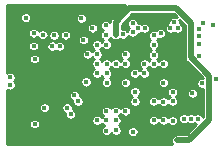
<source format=gbr>
G04 #@! TF.GenerationSoftware,KiCad,Pcbnew,(5.1.0)-1*
G04 #@! TF.CreationDate,2019-09-18T16:06:36-07:00*
G04 #@! TF.ProjectId,WireFreeV4_Release,57697265-4672-4656-9556-345f52656c65,rev?*
G04 #@! TF.SameCoordinates,Original*
G04 #@! TF.FileFunction,Copper,L2,Inr*
G04 #@! TF.FilePolarity,Positive*
%FSLAX46Y46*%
G04 Gerber Fmt 4.6, Leading zero omitted, Abs format (unit mm)*
G04 Created by KiCad (PCBNEW (5.1.0)-1) date 2019-09-18 16:06:36*
%MOMM*%
%LPD*%
G04 APERTURE LIST*
%ADD10C,0.450000*%
%ADD11C,0.152400*%
%ADD12C,0.508000*%
%ADD13C,0.254000*%
G04 APERTURE END LIST*
D10*
X119829580Y-96649540D03*
X122580400Y-98501200D03*
X125242320Y-99933760D03*
X128292860Y-100162360D03*
X124310140Y-94089220D03*
X120238520Y-92781120D03*
X117891560Y-92504260D03*
X121066560Y-100279200D03*
X121452640Y-99585780D03*
X118518940Y-89171780D03*
X128463040Y-98536760D03*
X132062220Y-99501960D03*
X131660900Y-97750840D03*
X129265680Y-96936560D03*
X129293620Y-97750840D03*
X130063240Y-96124820D03*
X126865380Y-94548341D03*
X126862840Y-92937120D03*
X129265380Y-95353952D03*
X128468120Y-95353952D03*
X125260100Y-95359895D03*
X123063000Y-91948000D03*
X133858000Y-94767400D03*
X130248660Y-90728800D03*
X132036820Y-100208080D03*
X126842520Y-91269820D03*
X122717560Y-97482660D03*
X126039880Y-99402900D03*
X119234540Y-89855720D03*
X128468097Y-96124820D03*
X130863340Y-96945240D03*
X128468120Y-96930420D03*
X127662940Y-93742739D03*
X130867360Y-95353952D03*
X130065780Y-91340940D03*
X130061750Y-93734670D03*
X122084750Y-92276010D03*
X122593100Y-91315540D03*
X135351520Y-95039180D03*
X117894100Y-94896940D03*
X123040140Y-98031300D03*
X123642118Y-96923860D03*
X135063920Y-90474800D03*
X131476805Y-90747319D03*
X134148610Y-95412560D03*
X131658360Y-98553060D03*
X133319520Y-96248220D03*
X133786880Y-98397060D03*
X130063240Y-98536760D03*
X127662940Y-95353952D03*
X130864009Y-98536938D03*
X130060700Y-96939100D03*
X127654260Y-97750840D03*
X128463040Y-94543251D03*
X119895620Y-91147900D03*
X119903240Y-92240100D03*
X123342203Y-96419967D03*
X119987060Y-93345000D03*
X124336722Y-95276717D03*
X119989600Y-98846640D03*
X123918980Y-89910920D03*
X132097780Y-90751660D03*
X127662940Y-92932049D03*
X124104400Y-91734638D03*
X124866398Y-90726260D03*
X129249618Y-94543880D03*
X126062740Y-92128959D03*
X125997750Y-90504767D03*
X127451406Y-91262011D03*
X130063240Y-92116690D03*
X128269350Y-91089712D03*
X125256080Y-92137450D03*
X124454920Y-92928440D03*
X128289260Y-90335100D03*
X128754707Y-90749120D03*
X125265180Y-93748672D03*
X129307240Y-90752580D03*
X125265180Y-94554283D03*
X131790440Y-90251280D03*
X130063240Y-92995970D03*
X130872440Y-93734670D03*
X133920450Y-91417140D03*
X130642360Y-91180920D03*
X133920450Y-90832212D03*
X129261863Y-93737220D03*
X134222000Y-90288996D03*
X131663440Y-96139000D03*
X133920450Y-92046681D03*
X126853977Y-93742730D03*
X125265180Y-98539300D03*
X121460260Y-92252800D03*
X125265180Y-92943061D03*
X120810020Y-97459800D03*
X125992680Y-91310368D03*
X126858235Y-98535215D03*
X126848650Y-97750850D03*
X133920450Y-93050297D03*
X126067820Y-94554283D03*
X126060200Y-97744280D03*
X132615940Y-98397060D03*
X128295400Y-99491800D03*
X126060200Y-98536760D03*
X126870460Y-99380040D03*
X133207760Y-98397060D03*
X131664574Y-96936139D03*
X117899180Y-95547180D03*
X126065280Y-93742309D03*
X120672429Y-91277440D03*
X126065280Y-95338900D03*
X121612660Y-91335860D03*
D11*
X127087839Y-92712121D02*
X126862840Y-92937120D01*
X127793540Y-92006420D02*
X127087839Y-92712121D01*
X128722120Y-92006420D02*
X127793540Y-92006420D01*
X130248660Y-90728800D02*
X129999740Y-90728800D01*
X129999740Y-90728800D02*
X128722120Y-92006420D01*
D12*
X126842520Y-90951622D02*
X126842520Y-91269820D01*
X126842520Y-90233500D02*
X126842520Y-90951622D01*
X128010920Y-89065100D02*
X126842520Y-90233500D01*
X131968240Y-89065100D02*
X128010920Y-89065100D01*
X133052820Y-100208080D02*
X134747000Y-98513900D01*
X134747000Y-98513900D02*
X134747000Y-94759780D01*
X134747000Y-94759780D02*
X133195060Y-93207840D01*
X133195060Y-93207840D02*
X133195060Y-90291920D01*
X132036820Y-100208080D02*
X133052820Y-100208080D01*
X133195060Y-90291920D02*
X131968240Y-89065100D01*
D13*
G36*
X126500955Y-89856645D02*
G01*
X126481572Y-89872552D01*
X126418091Y-89949905D01*
X126370919Y-90038158D01*
X126341871Y-90133916D01*
X126338503Y-90168111D01*
X126303095Y-90132703D01*
X126224642Y-90080282D01*
X126137469Y-90044174D01*
X126044927Y-90025767D01*
X125950573Y-90025767D01*
X125858031Y-90044174D01*
X125770858Y-90080282D01*
X125692405Y-90132703D01*
X125625686Y-90199422D01*
X125573265Y-90277875D01*
X125537157Y-90365048D01*
X125518750Y-90457590D01*
X125518750Y-90551944D01*
X125537157Y-90644486D01*
X125573265Y-90731659D01*
X125625686Y-90810112D01*
X125692405Y-90876831D01*
X125735870Y-90905874D01*
X125687335Y-90938304D01*
X125620616Y-91005023D01*
X125568195Y-91083476D01*
X125532087Y-91170649D01*
X125513680Y-91263191D01*
X125513680Y-91357545D01*
X125532087Y-91450087D01*
X125568195Y-91537260D01*
X125620616Y-91615713D01*
X125687335Y-91682432D01*
X125765788Y-91734853D01*
X125780971Y-91741142D01*
X125757395Y-91756895D01*
X125690676Y-91823614D01*
X125656573Y-91874652D01*
X125628144Y-91832105D01*
X125561425Y-91765386D01*
X125482972Y-91712965D01*
X125395799Y-91676857D01*
X125303257Y-91658450D01*
X125208903Y-91658450D01*
X125116361Y-91676857D01*
X125029188Y-91712965D01*
X124950735Y-91765386D01*
X124884016Y-91832105D01*
X124831595Y-91910558D01*
X124795487Y-91997731D01*
X124777080Y-92090273D01*
X124777080Y-92184627D01*
X124795487Y-92277169D01*
X124831595Y-92364342D01*
X124884016Y-92442795D01*
X124950735Y-92509514D01*
X125001293Y-92543296D01*
X124959835Y-92570997D01*
X124893116Y-92637716D01*
X124864935Y-92679892D01*
X124826984Y-92623095D01*
X124760265Y-92556376D01*
X124681812Y-92503955D01*
X124594639Y-92467847D01*
X124502097Y-92449440D01*
X124407743Y-92449440D01*
X124315201Y-92467847D01*
X124228028Y-92503955D01*
X124149575Y-92556376D01*
X124082856Y-92623095D01*
X124030435Y-92701548D01*
X123994327Y-92788721D01*
X123975920Y-92881263D01*
X123975920Y-92975617D01*
X123994327Y-93068159D01*
X124030435Y-93155332D01*
X124082856Y-93233785D01*
X124149575Y-93300504D01*
X124228028Y-93352925D01*
X124315201Y-93389033D01*
X124407743Y-93407440D01*
X124502097Y-93407440D01*
X124594639Y-93389033D01*
X124681812Y-93352925D01*
X124760265Y-93300504D01*
X124826984Y-93233785D01*
X124855165Y-93191609D01*
X124893116Y-93248406D01*
X124959835Y-93315125D01*
X125005843Y-93345866D01*
X124959835Y-93376608D01*
X124893116Y-93443327D01*
X124840695Y-93521780D01*
X124804587Y-93608953D01*
X124786180Y-93701495D01*
X124786180Y-93795849D01*
X124804587Y-93888391D01*
X124840695Y-93975564D01*
X124893116Y-94054017D01*
X124959835Y-94120736D01*
X125005843Y-94151478D01*
X124959835Y-94182219D01*
X124893116Y-94248938D01*
X124840695Y-94327391D01*
X124804587Y-94414564D01*
X124786180Y-94507106D01*
X124786180Y-94601460D01*
X124804587Y-94694002D01*
X124840695Y-94781175D01*
X124893116Y-94859628D01*
X124959835Y-94926347D01*
X125038288Y-94978768D01*
X125125461Y-95014876D01*
X125218003Y-95033283D01*
X125312357Y-95033283D01*
X125404899Y-95014876D01*
X125492072Y-94978768D01*
X125570525Y-94926347D01*
X125637244Y-94859628D01*
X125666500Y-94815844D01*
X125695756Y-94859628D01*
X125762475Y-94926347D01*
X125791503Y-94945743D01*
X125759935Y-94966836D01*
X125693216Y-95033555D01*
X125640795Y-95112008D01*
X125604687Y-95199181D01*
X125586280Y-95291723D01*
X125586280Y-95386077D01*
X125604687Y-95478619D01*
X125640795Y-95565792D01*
X125693216Y-95644245D01*
X125759935Y-95710964D01*
X125838388Y-95763385D01*
X125925561Y-95799493D01*
X126018103Y-95817900D01*
X126112457Y-95817900D01*
X126204999Y-95799493D01*
X126292172Y-95763385D01*
X126370625Y-95710964D01*
X126437344Y-95644245D01*
X126489765Y-95565792D01*
X126525873Y-95478619D01*
X126544280Y-95386077D01*
X126544280Y-95306775D01*
X127183940Y-95306775D01*
X127183940Y-95401129D01*
X127202347Y-95493671D01*
X127238455Y-95580844D01*
X127290876Y-95659297D01*
X127357595Y-95726016D01*
X127436048Y-95778437D01*
X127523221Y-95814545D01*
X127615763Y-95832952D01*
X127710117Y-95832952D01*
X127802659Y-95814545D01*
X127889832Y-95778437D01*
X127968285Y-95726016D01*
X128035004Y-95659297D01*
X128087425Y-95580844D01*
X128123533Y-95493671D01*
X128141940Y-95401129D01*
X128141940Y-95306775D01*
X130388360Y-95306775D01*
X130388360Y-95401129D01*
X130406767Y-95493671D01*
X130442875Y-95580844D01*
X130495296Y-95659297D01*
X130562015Y-95726016D01*
X130640468Y-95778437D01*
X130727641Y-95814545D01*
X130820183Y-95832952D01*
X130914537Y-95832952D01*
X131007079Y-95814545D01*
X131094252Y-95778437D01*
X131172705Y-95726016D01*
X131239424Y-95659297D01*
X131291845Y-95580844D01*
X131327953Y-95493671D01*
X131346360Y-95401129D01*
X131346360Y-95306775D01*
X131327953Y-95214233D01*
X131291845Y-95127060D01*
X131239424Y-95048607D01*
X131172705Y-94981888D01*
X131094252Y-94929467D01*
X131007079Y-94893359D01*
X130914537Y-94874952D01*
X130820183Y-94874952D01*
X130727641Y-94893359D01*
X130640468Y-94929467D01*
X130562015Y-94981888D01*
X130495296Y-95048607D01*
X130442875Y-95127060D01*
X130406767Y-95214233D01*
X130388360Y-95306775D01*
X128141940Y-95306775D01*
X128123533Y-95214233D01*
X128087425Y-95127060D01*
X128035004Y-95048607D01*
X127968285Y-94981888D01*
X127889832Y-94929467D01*
X127802659Y-94893359D01*
X127710117Y-94874952D01*
X127615763Y-94874952D01*
X127523221Y-94893359D01*
X127436048Y-94929467D01*
X127357595Y-94981888D01*
X127290876Y-95048607D01*
X127238455Y-95127060D01*
X127202347Y-95214233D01*
X127183940Y-95306775D01*
X126544280Y-95306775D01*
X126544280Y-95291723D01*
X126525873Y-95199181D01*
X126489765Y-95112008D01*
X126437344Y-95033555D01*
X126370625Y-94966836D01*
X126341597Y-94947440D01*
X126373165Y-94926347D01*
X126439884Y-94859628D01*
X126492305Y-94781175D01*
X126528413Y-94694002D01*
X126546820Y-94601460D01*
X126546820Y-94507106D01*
X126528413Y-94414564D01*
X126492305Y-94327391D01*
X126439884Y-94248938D01*
X126373165Y-94182219D01*
X126321126Y-94147447D01*
X126370625Y-94114373D01*
X126437344Y-94047654D01*
X126459488Y-94014514D01*
X126481913Y-94048075D01*
X126548632Y-94114794D01*
X126627085Y-94167215D01*
X126714258Y-94203323D01*
X126806800Y-94221730D01*
X126901154Y-94221730D01*
X126993696Y-94203323D01*
X127080869Y-94167215D01*
X127159322Y-94114794D01*
X127226041Y-94048075D01*
X127258455Y-93999564D01*
X127290876Y-94048084D01*
X127357595Y-94114803D01*
X127436048Y-94167224D01*
X127523221Y-94203332D01*
X127615763Y-94221739D01*
X127710117Y-94221739D01*
X127802659Y-94203332D01*
X127889832Y-94167224D01*
X127968285Y-94114803D01*
X128035004Y-94048084D01*
X128087425Y-93969631D01*
X128123533Y-93882458D01*
X128141940Y-93789916D01*
X128141940Y-93695562D01*
X128123533Y-93603020D01*
X128087425Y-93515847D01*
X128035004Y-93437394D01*
X127968285Y-93370675D01*
X127918477Y-93337394D01*
X127968285Y-93304113D01*
X128035004Y-93237394D01*
X128087425Y-93158941D01*
X128123533Y-93071768D01*
X128141940Y-92979226D01*
X128141940Y-92884872D01*
X128123533Y-92792330D01*
X128087425Y-92705157D01*
X128035004Y-92626704D01*
X127968285Y-92559985D01*
X127889832Y-92507564D01*
X127802659Y-92471456D01*
X127710117Y-92453049D01*
X127615763Y-92453049D01*
X127523221Y-92471456D01*
X127436048Y-92507564D01*
X127357595Y-92559985D01*
X127290876Y-92626704D01*
X127238455Y-92705157D01*
X127202347Y-92792330D01*
X127183940Y-92884872D01*
X127183940Y-92979226D01*
X127202347Y-93071768D01*
X127238455Y-93158941D01*
X127290876Y-93237394D01*
X127357595Y-93304113D01*
X127407403Y-93337394D01*
X127357595Y-93370675D01*
X127290876Y-93437394D01*
X127258462Y-93485905D01*
X127226041Y-93437385D01*
X127159322Y-93370666D01*
X127080869Y-93318245D01*
X126993696Y-93282137D01*
X126901154Y-93263730D01*
X126806800Y-93263730D01*
X126714258Y-93282137D01*
X126627085Y-93318245D01*
X126548632Y-93370666D01*
X126481913Y-93437385D01*
X126459769Y-93470525D01*
X126437344Y-93436964D01*
X126370625Y-93370245D01*
X126292172Y-93317824D01*
X126204999Y-93281716D01*
X126112457Y-93263309D01*
X126018103Y-93263309D01*
X125925561Y-93281716D01*
X125838388Y-93317824D01*
X125759935Y-93370245D01*
X125693216Y-93436964D01*
X125663104Y-93482029D01*
X125637244Y-93443327D01*
X125570525Y-93376608D01*
X125524517Y-93345866D01*
X125570525Y-93315125D01*
X125637244Y-93248406D01*
X125689665Y-93169953D01*
X125725773Y-93082780D01*
X125744180Y-92990238D01*
X125744180Y-92895884D01*
X125725773Y-92803342D01*
X125689665Y-92716169D01*
X125637244Y-92637716D01*
X125570525Y-92570997D01*
X125519967Y-92537215D01*
X125561425Y-92509514D01*
X125628144Y-92442795D01*
X125662247Y-92391757D01*
X125690676Y-92434304D01*
X125757395Y-92501023D01*
X125835848Y-92553444D01*
X125923021Y-92589552D01*
X126015563Y-92607959D01*
X126109917Y-92607959D01*
X126202459Y-92589552D01*
X126289632Y-92553444D01*
X126368085Y-92501023D01*
X126434804Y-92434304D01*
X126487225Y-92355851D01*
X126523333Y-92268678D01*
X126541740Y-92176136D01*
X126541740Y-92081782D01*
X126523333Y-91989240D01*
X126487225Y-91902067D01*
X126434804Y-91823614D01*
X126368085Y-91756895D01*
X126289632Y-91704474D01*
X126274449Y-91698185D01*
X126298025Y-91682432D01*
X126364744Y-91615713D01*
X126412883Y-91543669D01*
X126418092Y-91553415D01*
X126481573Y-91630768D01*
X126558926Y-91694249D01*
X126647178Y-91741421D01*
X126742936Y-91770469D01*
X126842520Y-91780277D01*
X126942105Y-91770469D01*
X127037863Y-91741421D01*
X127126115Y-91694249D01*
X127175483Y-91653734D01*
X127224514Y-91686496D01*
X127311687Y-91722604D01*
X127404229Y-91741011D01*
X127498583Y-91741011D01*
X127591125Y-91722604D01*
X127678298Y-91686496D01*
X127756751Y-91634075D01*
X127823470Y-91567356D01*
X127875891Y-91488903D01*
X127909644Y-91407415D01*
X127964005Y-91461776D01*
X128042458Y-91514197D01*
X128129631Y-91550305D01*
X128222173Y-91568712D01*
X128316527Y-91568712D01*
X128409069Y-91550305D01*
X128496242Y-91514197D01*
X128574695Y-91461776D01*
X128641414Y-91395057D01*
X128693835Y-91316604D01*
X128729943Y-91229431D01*
X128730204Y-91228120D01*
X128801884Y-91228120D01*
X128894426Y-91209713D01*
X128981599Y-91173605D01*
X129028384Y-91142344D01*
X129080348Y-91177065D01*
X129167521Y-91213173D01*
X129260063Y-91231580D01*
X129354417Y-91231580D01*
X129446959Y-91213173D01*
X129534132Y-91177065D01*
X129612585Y-91124644D01*
X129677771Y-91059458D01*
X129641295Y-91114048D01*
X129605187Y-91201221D01*
X129586780Y-91293763D01*
X129586780Y-91388117D01*
X129605187Y-91480659D01*
X129641295Y-91567832D01*
X129693716Y-91646285D01*
X129760435Y-91713004D01*
X129782828Y-91727966D01*
X129757895Y-91744626D01*
X129691176Y-91811345D01*
X129638755Y-91889798D01*
X129602647Y-91976971D01*
X129584240Y-92069513D01*
X129584240Y-92163867D01*
X129602647Y-92256409D01*
X129638755Y-92343582D01*
X129691176Y-92422035D01*
X129757895Y-92488754D01*
X129836348Y-92541175D01*
X129872936Y-92556330D01*
X129836348Y-92571485D01*
X129757895Y-92623906D01*
X129691176Y-92690625D01*
X129638755Y-92769078D01*
X129602647Y-92856251D01*
X129584240Y-92948793D01*
X129584240Y-93043147D01*
X129602647Y-93135689D01*
X129638755Y-93222862D01*
X129691176Y-93301315D01*
X129754436Y-93364575D01*
X129689686Y-93429325D01*
X129660955Y-93472324D01*
X129633927Y-93431875D01*
X129567208Y-93365156D01*
X129488755Y-93312735D01*
X129401582Y-93276627D01*
X129309040Y-93258220D01*
X129214686Y-93258220D01*
X129122144Y-93276627D01*
X129034971Y-93312735D01*
X128956518Y-93365156D01*
X128889799Y-93431875D01*
X128837378Y-93510328D01*
X128801270Y-93597501D01*
X128782863Y-93690043D01*
X128782863Y-93784397D01*
X128801270Y-93876939D01*
X128837378Y-93964112D01*
X128889799Y-94042565D01*
X128956518Y-94109284D01*
X128997188Y-94136459D01*
X128944273Y-94171816D01*
X128877554Y-94238535D01*
X128856539Y-94269986D01*
X128835104Y-94237906D01*
X128768385Y-94171187D01*
X128689932Y-94118766D01*
X128602759Y-94082658D01*
X128510217Y-94064251D01*
X128415863Y-94064251D01*
X128323321Y-94082658D01*
X128236148Y-94118766D01*
X128157695Y-94171187D01*
X128090976Y-94237906D01*
X128038555Y-94316359D01*
X128002447Y-94403532D01*
X127984040Y-94496074D01*
X127984040Y-94590428D01*
X128002447Y-94682970D01*
X128038555Y-94770143D01*
X128090976Y-94848596D01*
X128157695Y-94915315D01*
X128236148Y-94967736D01*
X128323321Y-95003844D01*
X128415863Y-95022251D01*
X128510217Y-95022251D01*
X128602759Y-95003844D01*
X128689932Y-94967736D01*
X128768385Y-94915315D01*
X128835104Y-94848596D01*
X128856119Y-94817145D01*
X128877554Y-94849225D01*
X128944273Y-94915944D01*
X129022726Y-94968365D01*
X129109899Y-95004473D01*
X129202441Y-95022880D01*
X129296795Y-95022880D01*
X129389337Y-95004473D01*
X129476510Y-94968365D01*
X129554963Y-94915944D01*
X129621682Y-94849225D01*
X129674103Y-94770772D01*
X129710211Y-94683599D01*
X129728618Y-94591057D01*
X129728618Y-94496703D01*
X129710211Y-94404161D01*
X129674103Y-94316988D01*
X129621682Y-94238535D01*
X129554963Y-94171816D01*
X129514293Y-94144641D01*
X129567208Y-94109284D01*
X129633927Y-94042565D01*
X129662658Y-93999566D01*
X129689686Y-94040015D01*
X129756405Y-94106734D01*
X129834858Y-94159155D01*
X129922031Y-94195263D01*
X130014573Y-94213670D01*
X130108927Y-94213670D01*
X130201469Y-94195263D01*
X130288642Y-94159155D01*
X130367095Y-94106734D01*
X130433814Y-94040015D01*
X130467095Y-93990207D01*
X130500376Y-94040015D01*
X130567095Y-94106734D01*
X130645548Y-94159155D01*
X130732721Y-94195263D01*
X130825263Y-94213670D01*
X130919617Y-94213670D01*
X131012159Y-94195263D01*
X131099332Y-94159155D01*
X131177785Y-94106734D01*
X131244504Y-94040015D01*
X131296925Y-93961562D01*
X131333033Y-93874389D01*
X131351440Y-93781847D01*
X131351440Y-93687493D01*
X131333033Y-93594951D01*
X131296925Y-93507778D01*
X131244504Y-93429325D01*
X131177785Y-93362606D01*
X131099332Y-93310185D01*
X131012159Y-93274077D01*
X130919617Y-93255670D01*
X130825263Y-93255670D01*
X130732721Y-93274077D01*
X130645548Y-93310185D01*
X130567095Y-93362606D01*
X130500376Y-93429325D01*
X130467095Y-93479133D01*
X130433814Y-93429325D01*
X130370554Y-93366065D01*
X130435304Y-93301315D01*
X130487725Y-93222862D01*
X130523833Y-93135689D01*
X130542240Y-93043147D01*
X130542240Y-92948793D01*
X130523833Y-92856251D01*
X130487725Y-92769078D01*
X130435304Y-92690625D01*
X130368585Y-92623906D01*
X130290132Y-92571485D01*
X130253544Y-92556330D01*
X130290132Y-92541175D01*
X130368585Y-92488754D01*
X130435304Y-92422035D01*
X130487725Y-92343582D01*
X130523833Y-92256409D01*
X130542240Y-92163867D01*
X130542240Y-92069513D01*
X130523833Y-91976971D01*
X130487725Y-91889798D01*
X130435304Y-91811345D01*
X130368585Y-91744626D01*
X130346192Y-91729664D01*
X130371125Y-91713004D01*
X130437844Y-91646285D01*
X130454388Y-91621526D01*
X130502641Y-91641513D01*
X130595183Y-91659920D01*
X130689537Y-91659920D01*
X130782079Y-91641513D01*
X130869252Y-91605405D01*
X130947705Y-91552984D01*
X131014424Y-91486265D01*
X131066845Y-91407812D01*
X131102953Y-91320639D01*
X131121360Y-91228097D01*
X131121360Y-91133743D01*
X131105355Y-91053278D01*
X131171460Y-91119383D01*
X131249913Y-91171804D01*
X131337086Y-91207912D01*
X131429628Y-91226319D01*
X131523982Y-91226319D01*
X131616524Y-91207912D01*
X131703697Y-91171804D01*
X131782150Y-91119383D01*
X131785122Y-91116411D01*
X131792435Y-91123724D01*
X131870888Y-91176145D01*
X131958061Y-91212253D01*
X132050603Y-91230660D01*
X132144957Y-91230660D01*
X132237499Y-91212253D01*
X132324672Y-91176145D01*
X132403125Y-91123724D01*
X132469844Y-91057005D01*
X132522265Y-90978552D01*
X132558373Y-90891379D01*
X132576780Y-90798837D01*
X132576780Y-90704483D01*
X132558373Y-90611941D01*
X132522265Y-90524768D01*
X132469844Y-90446315D01*
X132403125Y-90379596D01*
X132324672Y-90327175D01*
X132268367Y-90303853D01*
X132269440Y-90298457D01*
X132269440Y-90204103D01*
X132251033Y-90111561D01*
X132219039Y-90034319D01*
X132687061Y-90502342D01*
X132687060Y-93182896D01*
X132684603Y-93207840D01*
X132687060Y-93232784D01*
X132687060Y-93232786D01*
X132694411Y-93307424D01*
X132723459Y-93403182D01*
X132770631Y-93491435D01*
X132834112Y-93568788D01*
X132853495Y-93584695D01*
X134203992Y-94935192D01*
X134195787Y-94933560D01*
X134101433Y-94933560D01*
X134008891Y-94951967D01*
X133921718Y-94988075D01*
X133843265Y-95040496D01*
X133776546Y-95107215D01*
X133724125Y-95185668D01*
X133688017Y-95272841D01*
X133669610Y-95365383D01*
X133669610Y-95459737D01*
X133688017Y-95552279D01*
X133724125Y-95639452D01*
X133776546Y-95717905D01*
X133843265Y-95784624D01*
X133921718Y-95837045D01*
X134008891Y-95873153D01*
X134101433Y-95891560D01*
X134195787Y-95891560D01*
X134239001Y-95882965D01*
X134239000Y-98236885D01*
X134211365Y-98170168D01*
X134158944Y-98091715D01*
X134092225Y-98024996D01*
X134013772Y-97972575D01*
X133926599Y-97936467D01*
X133834057Y-97918060D01*
X133739703Y-97918060D01*
X133647161Y-97936467D01*
X133559988Y-97972575D01*
X133497320Y-98014449D01*
X133434652Y-97972575D01*
X133347479Y-97936467D01*
X133254937Y-97918060D01*
X133160583Y-97918060D01*
X133068041Y-97936467D01*
X132980868Y-97972575D01*
X132911850Y-98018692D01*
X132842832Y-97972575D01*
X132755659Y-97936467D01*
X132663117Y-97918060D01*
X132568763Y-97918060D01*
X132476221Y-97936467D01*
X132389048Y-97972575D01*
X132310595Y-98024996D01*
X132243876Y-98091715D01*
X132191455Y-98170168D01*
X132155347Y-98257341D01*
X132136940Y-98349883D01*
X132136940Y-98444237D01*
X132155347Y-98536779D01*
X132191455Y-98623952D01*
X132243876Y-98702405D01*
X132310595Y-98769124D01*
X132389048Y-98821545D01*
X132476221Y-98857653D01*
X132568763Y-98876060D01*
X132663117Y-98876060D01*
X132755659Y-98857653D01*
X132842832Y-98821545D01*
X132911850Y-98775428D01*
X132980868Y-98821545D01*
X133068041Y-98857653D01*
X133160583Y-98876060D01*
X133254937Y-98876060D01*
X133347479Y-98857653D01*
X133434652Y-98821545D01*
X133497320Y-98779671D01*
X133559988Y-98821545D01*
X133647161Y-98857653D01*
X133678578Y-98863902D01*
X132842400Y-99700080D01*
X132011873Y-99700080D01*
X131937235Y-99707431D01*
X131841477Y-99736479D01*
X131753225Y-99783651D01*
X131675872Y-99847132D01*
X131612391Y-99924485D01*
X131565219Y-100012737D01*
X131536171Y-100108495D01*
X131526363Y-100208080D01*
X131536171Y-100307665D01*
X131565219Y-100403423D01*
X131612391Y-100491675D01*
X131647126Y-100534000D01*
X117626600Y-100534000D01*
X117626600Y-98799463D01*
X119510600Y-98799463D01*
X119510600Y-98893817D01*
X119529007Y-98986359D01*
X119565115Y-99073532D01*
X119617536Y-99151985D01*
X119684255Y-99218704D01*
X119762708Y-99271125D01*
X119849881Y-99307233D01*
X119942423Y-99325640D01*
X120036777Y-99325640D01*
X120129319Y-99307233D01*
X120216492Y-99271125D01*
X120294945Y-99218704D01*
X120361664Y-99151985D01*
X120414085Y-99073532D01*
X120450193Y-98986359D01*
X120468600Y-98893817D01*
X120468600Y-98799463D01*
X120450193Y-98706921D01*
X120414085Y-98619748D01*
X120361664Y-98541295D01*
X120294945Y-98474576D01*
X120216492Y-98422155D01*
X120129319Y-98386047D01*
X120036777Y-98367640D01*
X119942423Y-98367640D01*
X119849881Y-98386047D01*
X119762708Y-98422155D01*
X119684255Y-98474576D01*
X119617536Y-98541295D01*
X119565115Y-98619748D01*
X119529007Y-98706921D01*
X119510600Y-98799463D01*
X117626600Y-98799463D01*
X117626600Y-97412623D01*
X120331020Y-97412623D01*
X120331020Y-97506977D01*
X120349427Y-97599519D01*
X120385535Y-97686692D01*
X120437956Y-97765145D01*
X120504675Y-97831864D01*
X120583128Y-97884285D01*
X120670301Y-97920393D01*
X120762843Y-97938800D01*
X120857197Y-97938800D01*
X120949739Y-97920393D01*
X121036912Y-97884285D01*
X121115365Y-97831864D01*
X121182084Y-97765145D01*
X121234505Y-97686692D01*
X121270613Y-97599519D01*
X121289020Y-97506977D01*
X121289020Y-97435483D01*
X122238560Y-97435483D01*
X122238560Y-97529837D01*
X122256967Y-97622379D01*
X122293075Y-97709552D01*
X122345496Y-97788005D01*
X122412215Y-97854724D01*
X122490668Y-97907145D01*
X122569922Y-97939973D01*
X122561140Y-97984123D01*
X122561140Y-98078477D01*
X122579547Y-98171019D01*
X122615655Y-98258192D01*
X122668076Y-98336645D01*
X122734795Y-98403364D01*
X122813248Y-98455785D01*
X122900421Y-98491893D01*
X122992963Y-98510300D01*
X123087317Y-98510300D01*
X123178702Y-98492123D01*
X124786180Y-98492123D01*
X124786180Y-98586477D01*
X124804587Y-98679019D01*
X124840695Y-98766192D01*
X124893116Y-98844645D01*
X124959835Y-98911364D01*
X125038288Y-98963785D01*
X125125461Y-98999893D01*
X125218003Y-99018300D01*
X125312357Y-99018300D01*
X125404899Y-98999893D01*
X125492072Y-98963785D01*
X125570525Y-98911364D01*
X125637244Y-98844645D01*
X125663539Y-98805293D01*
X125688136Y-98842105D01*
X125754855Y-98908824D01*
X125833308Y-98961245D01*
X125843874Y-98965622D01*
X125812988Y-98978415D01*
X125734535Y-99030836D01*
X125667816Y-99097555D01*
X125615395Y-99176008D01*
X125579287Y-99263181D01*
X125560880Y-99355723D01*
X125560880Y-99450077D01*
X125579287Y-99542619D01*
X125615395Y-99629792D01*
X125667816Y-99708245D01*
X125734535Y-99774964D01*
X125812988Y-99827385D01*
X125900161Y-99863493D01*
X125992703Y-99881900D01*
X126087057Y-99881900D01*
X126179599Y-99863493D01*
X126266772Y-99827385D01*
X126345225Y-99774964D01*
X126411944Y-99708245D01*
X126462807Y-99632123D01*
X126498396Y-99685385D01*
X126565115Y-99752104D01*
X126643568Y-99804525D01*
X126730741Y-99840633D01*
X126823283Y-99859040D01*
X126917637Y-99859040D01*
X127010179Y-99840633D01*
X127097352Y-99804525D01*
X127175805Y-99752104D01*
X127242524Y-99685385D01*
X127294945Y-99606932D01*
X127331053Y-99519759D01*
X127345997Y-99444623D01*
X127816400Y-99444623D01*
X127816400Y-99538977D01*
X127834807Y-99631519D01*
X127870915Y-99718692D01*
X127923336Y-99797145D01*
X127990055Y-99863864D01*
X128068508Y-99916285D01*
X128155681Y-99952393D01*
X128248223Y-99970800D01*
X128342577Y-99970800D01*
X128435119Y-99952393D01*
X128522292Y-99916285D01*
X128600745Y-99863864D01*
X128667464Y-99797145D01*
X128719885Y-99718692D01*
X128755993Y-99631519D01*
X128774400Y-99538977D01*
X128774400Y-99444623D01*
X128755993Y-99352081D01*
X128719885Y-99264908D01*
X128667464Y-99186455D01*
X128600745Y-99119736D01*
X128522292Y-99067315D01*
X128435119Y-99031207D01*
X128342577Y-99012800D01*
X128248223Y-99012800D01*
X128155681Y-99031207D01*
X128068508Y-99067315D01*
X127990055Y-99119736D01*
X127923336Y-99186455D01*
X127870915Y-99264908D01*
X127834807Y-99352081D01*
X127816400Y-99444623D01*
X127345997Y-99444623D01*
X127349460Y-99427217D01*
X127349460Y-99332863D01*
X127331053Y-99240321D01*
X127294945Y-99153148D01*
X127242524Y-99074695D01*
X127175805Y-99007976D01*
X127097352Y-98955555D01*
X127093635Y-98954015D01*
X127163580Y-98907279D01*
X127230299Y-98840560D01*
X127282720Y-98762107D01*
X127318828Y-98674934D01*
X127337235Y-98582392D01*
X127337235Y-98489583D01*
X129584240Y-98489583D01*
X129584240Y-98583937D01*
X129602647Y-98676479D01*
X129638755Y-98763652D01*
X129691176Y-98842105D01*
X129757895Y-98908824D01*
X129836348Y-98961245D01*
X129923521Y-98997353D01*
X130016063Y-99015760D01*
X130110417Y-99015760D01*
X130202959Y-98997353D01*
X130290132Y-98961245D01*
X130368585Y-98908824D01*
X130435304Y-98842105D01*
X130463565Y-98799810D01*
X130491945Y-98842283D01*
X130558664Y-98909002D01*
X130637117Y-98961423D01*
X130724290Y-98997531D01*
X130816832Y-99015938D01*
X130911186Y-99015938D01*
X131003728Y-98997531D01*
X131090901Y-98961423D01*
X131169354Y-98909002D01*
X131236073Y-98842283D01*
X131255798Y-98812762D01*
X131286296Y-98858405D01*
X131353015Y-98925124D01*
X131431468Y-98977545D01*
X131518641Y-99013653D01*
X131611183Y-99032060D01*
X131705537Y-99032060D01*
X131798079Y-99013653D01*
X131885252Y-98977545D01*
X131963705Y-98925124D01*
X132030424Y-98858405D01*
X132082845Y-98779952D01*
X132118953Y-98692779D01*
X132137360Y-98600237D01*
X132137360Y-98505883D01*
X132118953Y-98413341D01*
X132082845Y-98326168D01*
X132030424Y-98247715D01*
X131963705Y-98180996D01*
X131885252Y-98128575D01*
X131798079Y-98092467D01*
X131705537Y-98074060D01*
X131611183Y-98074060D01*
X131518641Y-98092467D01*
X131431468Y-98128575D01*
X131353015Y-98180996D01*
X131286296Y-98247715D01*
X131266571Y-98277236D01*
X131236073Y-98231593D01*
X131169354Y-98164874D01*
X131090901Y-98112453D01*
X131003728Y-98076345D01*
X130911186Y-98057938D01*
X130816832Y-98057938D01*
X130724290Y-98076345D01*
X130637117Y-98112453D01*
X130558664Y-98164874D01*
X130491945Y-98231593D01*
X130463684Y-98273888D01*
X130435304Y-98231415D01*
X130368585Y-98164696D01*
X130290132Y-98112275D01*
X130202959Y-98076167D01*
X130110417Y-98057760D01*
X130016063Y-98057760D01*
X129923521Y-98076167D01*
X129836348Y-98112275D01*
X129757895Y-98164696D01*
X129691176Y-98231415D01*
X129638755Y-98309868D01*
X129602647Y-98397041D01*
X129584240Y-98489583D01*
X127337235Y-98489583D01*
X127337235Y-98488038D01*
X127318828Y-98395496D01*
X127282720Y-98308323D01*
X127230299Y-98229870D01*
X127163580Y-98163151D01*
X127128678Y-98139830D01*
X127153995Y-98122914D01*
X127220714Y-98056195D01*
X127251458Y-98010183D01*
X127282196Y-98056185D01*
X127348915Y-98122904D01*
X127427368Y-98175325D01*
X127514541Y-98211433D01*
X127607083Y-98229840D01*
X127701437Y-98229840D01*
X127793979Y-98211433D01*
X127881152Y-98175325D01*
X127959605Y-98122904D01*
X128026324Y-98056185D01*
X128078745Y-97977732D01*
X128114853Y-97890559D01*
X128133260Y-97798017D01*
X128133260Y-97703663D01*
X128114853Y-97611121D01*
X128078745Y-97523948D01*
X128026324Y-97445495D01*
X127959605Y-97378776D01*
X127881152Y-97326355D01*
X127793979Y-97290247D01*
X127701437Y-97271840D01*
X127607083Y-97271840D01*
X127514541Y-97290247D01*
X127427368Y-97326355D01*
X127348915Y-97378776D01*
X127282196Y-97445495D01*
X127251452Y-97491507D01*
X127220714Y-97445505D01*
X127153995Y-97378786D01*
X127075542Y-97326365D01*
X126988369Y-97290257D01*
X126895827Y-97271850D01*
X126801473Y-97271850D01*
X126708931Y-97290257D01*
X126621758Y-97326365D01*
X126543305Y-97378786D01*
X126476586Y-97445505D01*
X126456620Y-97475386D01*
X126432264Y-97438935D01*
X126365545Y-97372216D01*
X126287092Y-97319795D01*
X126199919Y-97283687D01*
X126107377Y-97265280D01*
X126013023Y-97265280D01*
X125920481Y-97283687D01*
X125833308Y-97319795D01*
X125754855Y-97372216D01*
X125688136Y-97438935D01*
X125635715Y-97517388D01*
X125599607Y-97604561D01*
X125581200Y-97697103D01*
X125581200Y-97791457D01*
X125599607Y-97883999D01*
X125635715Y-97971172D01*
X125688136Y-98049625D01*
X125754855Y-98116344D01*
X125791037Y-98140520D01*
X125754855Y-98164696D01*
X125688136Y-98231415D01*
X125661841Y-98270767D01*
X125637244Y-98233955D01*
X125570525Y-98167236D01*
X125492072Y-98114815D01*
X125404899Y-98078707D01*
X125312357Y-98060300D01*
X125218003Y-98060300D01*
X125125461Y-98078707D01*
X125038288Y-98114815D01*
X124959835Y-98167236D01*
X124893116Y-98233955D01*
X124840695Y-98312408D01*
X124804587Y-98399581D01*
X124786180Y-98492123D01*
X123178702Y-98492123D01*
X123179859Y-98491893D01*
X123267032Y-98455785D01*
X123345485Y-98403364D01*
X123412204Y-98336645D01*
X123464625Y-98258192D01*
X123500733Y-98171019D01*
X123519140Y-98078477D01*
X123519140Y-97984123D01*
X123500733Y-97891581D01*
X123464625Y-97804408D01*
X123412204Y-97725955D01*
X123345485Y-97659236D01*
X123267032Y-97606815D01*
X123187778Y-97573987D01*
X123196560Y-97529837D01*
X123196560Y-97435483D01*
X123178153Y-97342941D01*
X123142045Y-97255768D01*
X123089624Y-97177315D01*
X123022905Y-97110596D01*
X122944452Y-97058175D01*
X122857279Y-97022067D01*
X122764737Y-97003660D01*
X122670383Y-97003660D01*
X122577841Y-97022067D01*
X122490668Y-97058175D01*
X122412215Y-97110596D01*
X122345496Y-97177315D01*
X122293075Y-97255768D01*
X122256967Y-97342941D01*
X122238560Y-97435483D01*
X121289020Y-97435483D01*
X121289020Y-97412623D01*
X121270613Y-97320081D01*
X121234505Y-97232908D01*
X121182084Y-97154455D01*
X121115365Y-97087736D01*
X121036912Y-97035315D01*
X120949739Y-96999207D01*
X120857197Y-96980800D01*
X120762843Y-96980800D01*
X120670301Y-96999207D01*
X120583128Y-97035315D01*
X120504675Y-97087736D01*
X120437956Y-97154455D01*
X120385535Y-97232908D01*
X120349427Y-97320081D01*
X120331020Y-97412623D01*
X117626600Y-97412623D01*
X117626600Y-96372790D01*
X122863203Y-96372790D01*
X122863203Y-96467144D01*
X122881610Y-96559686D01*
X122917718Y-96646859D01*
X122970139Y-96725312D01*
X123036858Y-96792031D01*
X123115311Y-96844452D01*
X123165402Y-96865200D01*
X123163118Y-96876683D01*
X123163118Y-96971037D01*
X123181525Y-97063579D01*
X123217633Y-97150752D01*
X123270054Y-97229205D01*
X123336773Y-97295924D01*
X123415226Y-97348345D01*
X123502399Y-97384453D01*
X123594941Y-97402860D01*
X123689295Y-97402860D01*
X123781837Y-97384453D01*
X123869010Y-97348345D01*
X123947463Y-97295924D01*
X124014182Y-97229205D01*
X124066603Y-97150752D01*
X124102711Y-97063579D01*
X124121118Y-96971037D01*
X124121118Y-96876683D01*
X124102711Y-96784141D01*
X124066603Y-96696968D01*
X124014182Y-96618515D01*
X123947463Y-96551796D01*
X123869010Y-96499375D01*
X123818919Y-96478627D01*
X123821203Y-96467144D01*
X123821203Y-96372790D01*
X123802796Y-96280248D01*
X123766688Y-96193075D01*
X123714267Y-96114622D01*
X123677288Y-96077643D01*
X127989097Y-96077643D01*
X127989097Y-96171997D01*
X128007504Y-96264539D01*
X128043612Y-96351712D01*
X128096033Y-96430165D01*
X128162752Y-96496884D01*
X128208763Y-96527628D01*
X128162775Y-96558356D01*
X128096056Y-96625075D01*
X128043635Y-96703528D01*
X128007527Y-96790701D01*
X127989120Y-96883243D01*
X127989120Y-96977597D01*
X128007527Y-97070139D01*
X128043635Y-97157312D01*
X128096056Y-97235765D01*
X128162775Y-97302484D01*
X128241228Y-97354905D01*
X128328401Y-97391013D01*
X128420943Y-97409420D01*
X128515297Y-97409420D01*
X128607839Y-97391013D01*
X128695012Y-97354905D01*
X128773465Y-97302484D01*
X128840184Y-97235765D01*
X128892605Y-97157312D01*
X128928713Y-97070139D01*
X128947120Y-96977597D01*
X128947120Y-96891923D01*
X129581700Y-96891923D01*
X129581700Y-96986277D01*
X129600107Y-97078819D01*
X129636215Y-97165992D01*
X129688636Y-97244445D01*
X129755355Y-97311164D01*
X129833808Y-97363585D01*
X129920981Y-97399693D01*
X130013523Y-97418100D01*
X130107877Y-97418100D01*
X130200419Y-97399693D01*
X130287592Y-97363585D01*
X130366045Y-97311164D01*
X130432764Y-97244445D01*
X130459969Y-97203731D01*
X130491276Y-97250585D01*
X130557995Y-97317304D01*
X130636448Y-97369725D01*
X130723621Y-97405833D01*
X130816163Y-97424240D01*
X130910517Y-97424240D01*
X131003059Y-97405833D01*
X131090232Y-97369725D01*
X131168685Y-97317304D01*
X131235404Y-97250585D01*
X131266998Y-97203302D01*
X131292510Y-97241484D01*
X131359229Y-97308203D01*
X131437682Y-97360624D01*
X131524855Y-97396732D01*
X131617397Y-97415139D01*
X131711751Y-97415139D01*
X131804293Y-97396732D01*
X131891466Y-97360624D01*
X131969919Y-97308203D01*
X132036638Y-97241484D01*
X132089059Y-97163031D01*
X132125167Y-97075858D01*
X132143574Y-96983316D01*
X132143574Y-96888962D01*
X132125167Y-96796420D01*
X132089059Y-96709247D01*
X132036638Y-96630794D01*
X131969919Y-96564075D01*
X131929684Y-96537191D01*
X131968785Y-96511064D01*
X132035504Y-96444345D01*
X132087925Y-96365892D01*
X132124033Y-96278719D01*
X132139483Y-96201043D01*
X132840520Y-96201043D01*
X132840520Y-96295397D01*
X132858927Y-96387939D01*
X132895035Y-96475112D01*
X132947456Y-96553565D01*
X133014175Y-96620284D01*
X133092628Y-96672705D01*
X133179801Y-96708813D01*
X133272343Y-96727220D01*
X133366697Y-96727220D01*
X133459239Y-96708813D01*
X133546412Y-96672705D01*
X133624865Y-96620284D01*
X133691584Y-96553565D01*
X133744005Y-96475112D01*
X133780113Y-96387939D01*
X133798520Y-96295397D01*
X133798520Y-96201043D01*
X133780113Y-96108501D01*
X133744005Y-96021328D01*
X133691584Y-95942875D01*
X133624865Y-95876156D01*
X133546412Y-95823735D01*
X133459239Y-95787627D01*
X133366697Y-95769220D01*
X133272343Y-95769220D01*
X133179801Y-95787627D01*
X133092628Y-95823735D01*
X133014175Y-95876156D01*
X132947456Y-95942875D01*
X132895035Y-96021328D01*
X132858927Y-96108501D01*
X132840520Y-96201043D01*
X132139483Y-96201043D01*
X132142440Y-96186177D01*
X132142440Y-96091823D01*
X132124033Y-95999281D01*
X132087925Y-95912108D01*
X132035504Y-95833655D01*
X131968785Y-95766936D01*
X131890332Y-95714515D01*
X131803159Y-95678407D01*
X131710617Y-95660000D01*
X131616263Y-95660000D01*
X131523721Y-95678407D01*
X131436548Y-95714515D01*
X131358095Y-95766936D01*
X131291376Y-95833655D01*
X131238955Y-95912108D01*
X131202847Y-95999281D01*
X131184440Y-96091823D01*
X131184440Y-96186177D01*
X131202847Y-96278719D01*
X131238955Y-96365892D01*
X131291376Y-96444345D01*
X131358095Y-96511064D01*
X131398330Y-96537948D01*
X131359229Y-96564075D01*
X131292510Y-96630794D01*
X131260916Y-96678077D01*
X131235404Y-96639895D01*
X131168685Y-96573176D01*
X131090232Y-96520755D01*
X131003059Y-96484647D01*
X130910517Y-96466240D01*
X130816163Y-96466240D01*
X130723621Y-96484647D01*
X130636448Y-96520755D01*
X130557995Y-96573176D01*
X130491276Y-96639895D01*
X130464071Y-96680609D01*
X130432764Y-96633755D01*
X130366045Y-96567036D01*
X130287592Y-96514615D01*
X130200419Y-96478507D01*
X130107877Y-96460100D01*
X130013523Y-96460100D01*
X129920981Y-96478507D01*
X129833808Y-96514615D01*
X129755355Y-96567036D01*
X129688636Y-96633755D01*
X129636215Y-96712208D01*
X129600107Y-96799381D01*
X129581700Y-96891923D01*
X128947120Y-96891923D01*
X128947120Y-96883243D01*
X128928713Y-96790701D01*
X128892605Y-96703528D01*
X128840184Y-96625075D01*
X128773465Y-96558356D01*
X128727454Y-96527612D01*
X128773442Y-96496884D01*
X128840161Y-96430165D01*
X128892582Y-96351712D01*
X128928690Y-96264539D01*
X128947097Y-96171997D01*
X128947097Y-96077643D01*
X128928690Y-95985101D01*
X128892582Y-95897928D01*
X128840161Y-95819475D01*
X128773442Y-95752756D01*
X128694989Y-95700335D01*
X128607816Y-95664227D01*
X128515274Y-95645820D01*
X128420920Y-95645820D01*
X128328378Y-95664227D01*
X128241205Y-95700335D01*
X128162752Y-95752756D01*
X128096033Y-95819475D01*
X128043612Y-95897928D01*
X128007504Y-95985101D01*
X127989097Y-96077643D01*
X123677288Y-96077643D01*
X123647548Y-96047903D01*
X123569095Y-95995482D01*
X123481922Y-95959374D01*
X123389380Y-95940967D01*
X123295026Y-95940967D01*
X123202484Y-95959374D01*
X123115311Y-95995482D01*
X123036858Y-96047903D01*
X122970139Y-96114622D01*
X122917718Y-96193075D01*
X122881610Y-96280248D01*
X122863203Y-96372790D01*
X117626600Y-96372790D01*
X117626600Y-95941137D01*
X117672288Y-95971665D01*
X117759461Y-96007773D01*
X117852003Y-96026180D01*
X117946357Y-96026180D01*
X118038899Y-96007773D01*
X118126072Y-95971665D01*
X118204525Y-95919244D01*
X118271244Y-95852525D01*
X118323665Y-95774072D01*
X118359773Y-95686899D01*
X118378180Y-95594357D01*
X118378180Y-95500003D01*
X118359773Y-95407461D01*
X118323665Y-95320288D01*
X118271244Y-95241835D01*
X118258949Y-95229540D01*
X123857722Y-95229540D01*
X123857722Y-95323894D01*
X123876129Y-95416436D01*
X123912237Y-95503609D01*
X123964658Y-95582062D01*
X124031377Y-95648781D01*
X124109830Y-95701202D01*
X124197003Y-95737310D01*
X124289545Y-95755717D01*
X124383899Y-95755717D01*
X124476441Y-95737310D01*
X124563614Y-95701202D01*
X124642067Y-95648781D01*
X124708786Y-95582062D01*
X124761207Y-95503609D01*
X124797315Y-95416436D01*
X124815722Y-95323894D01*
X124815722Y-95229540D01*
X124797315Y-95136998D01*
X124761207Y-95049825D01*
X124708786Y-94971372D01*
X124642067Y-94904653D01*
X124563614Y-94852232D01*
X124476441Y-94816124D01*
X124383899Y-94797717D01*
X124289545Y-94797717D01*
X124197003Y-94816124D01*
X124109830Y-94852232D01*
X124031377Y-94904653D01*
X123964658Y-94971372D01*
X123912237Y-95049825D01*
X123876129Y-95136998D01*
X123857722Y-95229540D01*
X118258949Y-95229540D01*
X118248929Y-95219520D01*
X118266164Y-95202285D01*
X118318585Y-95123832D01*
X118354693Y-95036659D01*
X118373100Y-94944117D01*
X118373100Y-94849763D01*
X118354693Y-94757221D01*
X118318585Y-94670048D01*
X118266164Y-94591595D01*
X118199445Y-94524876D01*
X118120992Y-94472455D01*
X118033819Y-94436347D01*
X117941277Y-94417940D01*
X117846923Y-94417940D01*
X117754381Y-94436347D01*
X117667208Y-94472455D01*
X117626600Y-94499589D01*
X117626600Y-93297823D01*
X119508060Y-93297823D01*
X119508060Y-93392177D01*
X119526467Y-93484719D01*
X119562575Y-93571892D01*
X119614996Y-93650345D01*
X119681715Y-93717064D01*
X119760168Y-93769485D01*
X119847341Y-93805593D01*
X119939883Y-93824000D01*
X120034237Y-93824000D01*
X120126779Y-93805593D01*
X120213952Y-93769485D01*
X120292405Y-93717064D01*
X120359124Y-93650345D01*
X120411545Y-93571892D01*
X120447653Y-93484719D01*
X120466060Y-93392177D01*
X120466060Y-93297823D01*
X120447653Y-93205281D01*
X120411545Y-93118108D01*
X120359124Y-93039655D01*
X120292405Y-92972936D01*
X120213952Y-92920515D01*
X120126779Y-92884407D01*
X120034237Y-92866000D01*
X119939883Y-92866000D01*
X119847341Y-92884407D01*
X119760168Y-92920515D01*
X119681715Y-92972936D01*
X119614996Y-93039655D01*
X119562575Y-93118108D01*
X119526467Y-93205281D01*
X119508060Y-93297823D01*
X117626600Y-93297823D01*
X117626600Y-92192923D01*
X119424240Y-92192923D01*
X119424240Y-92287277D01*
X119442647Y-92379819D01*
X119478755Y-92466992D01*
X119531176Y-92545445D01*
X119597895Y-92612164D01*
X119676348Y-92664585D01*
X119763521Y-92700693D01*
X119856063Y-92719100D01*
X119950417Y-92719100D01*
X120042959Y-92700693D01*
X120130132Y-92664585D01*
X120208585Y-92612164D01*
X120275304Y-92545445D01*
X120327725Y-92466992D01*
X120363833Y-92379819D01*
X120382240Y-92287277D01*
X120382240Y-92192923D01*
X120363833Y-92100381D01*
X120327725Y-92013208D01*
X120275304Y-91934755D01*
X120208585Y-91868036D01*
X120130132Y-91815615D01*
X120042959Y-91779507D01*
X119950417Y-91761100D01*
X119856063Y-91761100D01*
X119763521Y-91779507D01*
X119676348Y-91815615D01*
X119597895Y-91868036D01*
X119531176Y-91934755D01*
X119478755Y-92013208D01*
X119442647Y-92100381D01*
X119424240Y-92192923D01*
X117626600Y-92192923D01*
X117626600Y-91100723D01*
X119416620Y-91100723D01*
X119416620Y-91195077D01*
X119435027Y-91287619D01*
X119471135Y-91374792D01*
X119523556Y-91453245D01*
X119590275Y-91519964D01*
X119668728Y-91572385D01*
X119755901Y-91608493D01*
X119848443Y-91626900D01*
X119942797Y-91626900D01*
X120035339Y-91608493D01*
X120122512Y-91572385D01*
X120200965Y-91519964D01*
X120238763Y-91482166D01*
X120247944Y-91504332D01*
X120300365Y-91582785D01*
X120367084Y-91649504D01*
X120445537Y-91701925D01*
X120532710Y-91738033D01*
X120625252Y-91756440D01*
X120719606Y-91756440D01*
X120812148Y-91738033D01*
X120899321Y-91701925D01*
X120977774Y-91649504D01*
X121044493Y-91582785D01*
X121096914Y-91504332D01*
X121133022Y-91417159D01*
X121136735Y-91398494D01*
X121152067Y-91475579D01*
X121188175Y-91562752D01*
X121240596Y-91641205D01*
X121307315Y-91707924D01*
X121385768Y-91760345D01*
X121418251Y-91773800D01*
X121413083Y-91773800D01*
X121320541Y-91792207D01*
X121233368Y-91828315D01*
X121154915Y-91880736D01*
X121088196Y-91947455D01*
X121035775Y-92025908D01*
X120999667Y-92113081D01*
X120981260Y-92205623D01*
X120981260Y-92299977D01*
X120999667Y-92392519D01*
X121035775Y-92479692D01*
X121088196Y-92558145D01*
X121154915Y-92624864D01*
X121233368Y-92677285D01*
X121320541Y-92713393D01*
X121413083Y-92731800D01*
X121507437Y-92731800D01*
X121599979Y-92713393D01*
X121687152Y-92677285D01*
X121759964Y-92628633D01*
X121779405Y-92648074D01*
X121857858Y-92700495D01*
X121945031Y-92736603D01*
X122037573Y-92755010D01*
X122131927Y-92755010D01*
X122224469Y-92736603D01*
X122311642Y-92700495D01*
X122390095Y-92648074D01*
X122456814Y-92581355D01*
X122509235Y-92502902D01*
X122545343Y-92415729D01*
X122563750Y-92323187D01*
X122563750Y-92228833D01*
X122545343Y-92136291D01*
X122509235Y-92049118D01*
X122456814Y-91970665D01*
X122390095Y-91903946D01*
X122311642Y-91851525D01*
X122224469Y-91815417D01*
X122131927Y-91797010D01*
X122037573Y-91797010D01*
X121945031Y-91815417D01*
X121857858Y-91851525D01*
X121785046Y-91900177D01*
X121765605Y-91880736D01*
X121687152Y-91828315D01*
X121654669Y-91814860D01*
X121659837Y-91814860D01*
X121752379Y-91796453D01*
X121839552Y-91760345D01*
X121918005Y-91707924D01*
X121984724Y-91641205D01*
X122037145Y-91562752D01*
X122073253Y-91475579D01*
X122091660Y-91383037D01*
X122091660Y-91288683D01*
X122087619Y-91268363D01*
X122114100Y-91268363D01*
X122114100Y-91362717D01*
X122132507Y-91455259D01*
X122168615Y-91542432D01*
X122221036Y-91620885D01*
X122287755Y-91687604D01*
X122366208Y-91740025D01*
X122453381Y-91776133D01*
X122545923Y-91794540D01*
X122640277Y-91794540D01*
X122732819Y-91776133D01*
X122819992Y-91740025D01*
X122898445Y-91687604D01*
X122898588Y-91687461D01*
X123625400Y-91687461D01*
X123625400Y-91781815D01*
X123643807Y-91874357D01*
X123679915Y-91961530D01*
X123732336Y-92039983D01*
X123799055Y-92106702D01*
X123877508Y-92159123D01*
X123964681Y-92195231D01*
X124057223Y-92213638D01*
X124151577Y-92213638D01*
X124244119Y-92195231D01*
X124331292Y-92159123D01*
X124409745Y-92106702D01*
X124476464Y-92039983D01*
X124528885Y-91961530D01*
X124564993Y-91874357D01*
X124583400Y-91781815D01*
X124583400Y-91687461D01*
X124564993Y-91594919D01*
X124528885Y-91507746D01*
X124476464Y-91429293D01*
X124409745Y-91362574D01*
X124331292Y-91310153D01*
X124244119Y-91274045D01*
X124151577Y-91255638D01*
X124057223Y-91255638D01*
X123964681Y-91274045D01*
X123877508Y-91310153D01*
X123799055Y-91362574D01*
X123732336Y-91429293D01*
X123679915Y-91507746D01*
X123643807Y-91594919D01*
X123625400Y-91687461D01*
X122898588Y-91687461D01*
X122965164Y-91620885D01*
X123017585Y-91542432D01*
X123053693Y-91455259D01*
X123072100Y-91362717D01*
X123072100Y-91268363D01*
X123053693Y-91175821D01*
X123017585Y-91088648D01*
X122965164Y-91010195D01*
X122898445Y-90943476D01*
X122819992Y-90891055D01*
X122732819Y-90854947D01*
X122640277Y-90836540D01*
X122545923Y-90836540D01*
X122453381Y-90854947D01*
X122366208Y-90891055D01*
X122287755Y-90943476D01*
X122221036Y-91010195D01*
X122168615Y-91088648D01*
X122132507Y-91175821D01*
X122114100Y-91268363D01*
X122087619Y-91268363D01*
X122073253Y-91196141D01*
X122037145Y-91108968D01*
X121984724Y-91030515D01*
X121918005Y-90963796D01*
X121839552Y-90911375D01*
X121752379Y-90875267D01*
X121659837Y-90856860D01*
X121565483Y-90856860D01*
X121472941Y-90875267D01*
X121385768Y-90911375D01*
X121307315Y-90963796D01*
X121240596Y-91030515D01*
X121188175Y-91108968D01*
X121152067Y-91196141D01*
X121148354Y-91214806D01*
X121133022Y-91137721D01*
X121096914Y-91050548D01*
X121044493Y-90972095D01*
X120977774Y-90905376D01*
X120899321Y-90852955D01*
X120812148Y-90816847D01*
X120719606Y-90798440D01*
X120625252Y-90798440D01*
X120532710Y-90816847D01*
X120445537Y-90852955D01*
X120367084Y-90905376D01*
X120329286Y-90943174D01*
X120320105Y-90921008D01*
X120267684Y-90842555D01*
X120200965Y-90775836D01*
X120122512Y-90723415D01*
X120035339Y-90687307D01*
X119993993Y-90679083D01*
X124387398Y-90679083D01*
X124387398Y-90773437D01*
X124405805Y-90865979D01*
X124441913Y-90953152D01*
X124494334Y-91031605D01*
X124561053Y-91098324D01*
X124639506Y-91150745D01*
X124726679Y-91186853D01*
X124819221Y-91205260D01*
X124913575Y-91205260D01*
X125006117Y-91186853D01*
X125093290Y-91150745D01*
X125171743Y-91098324D01*
X125238462Y-91031605D01*
X125290883Y-90953152D01*
X125326991Y-90865979D01*
X125345398Y-90773437D01*
X125345398Y-90679083D01*
X125326991Y-90586541D01*
X125290883Y-90499368D01*
X125238462Y-90420915D01*
X125171743Y-90354196D01*
X125093290Y-90301775D01*
X125006117Y-90265667D01*
X124913575Y-90247260D01*
X124819221Y-90247260D01*
X124726679Y-90265667D01*
X124639506Y-90301775D01*
X124561053Y-90354196D01*
X124494334Y-90420915D01*
X124441913Y-90499368D01*
X124405805Y-90586541D01*
X124387398Y-90679083D01*
X119993993Y-90679083D01*
X119942797Y-90668900D01*
X119848443Y-90668900D01*
X119755901Y-90687307D01*
X119668728Y-90723415D01*
X119590275Y-90775836D01*
X119523556Y-90842555D01*
X119471135Y-90921008D01*
X119435027Y-91008181D01*
X119416620Y-91100723D01*
X117626600Y-91100723D01*
X117626600Y-89808543D01*
X118755540Y-89808543D01*
X118755540Y-89902897D01*
X118773947Y-89995439D01*
X118810055Y-90082612D01*
X118862476Y-90161065D01*
X118929195Y-90227784D01*
X119007648Y-90280205D01*
X119094821Y-90316313D01*
X119187363Y-90334720D01*
X119281717Y-90334720D01*
X119374259Y-90316313D01*
X119461432Y-90280205D01*
X119539885Y-90227784D01*
X119606604Y-90161065D01*
X119659025Y-90082612D01*
X119695133Y-89995439D01*
X119713540Y-89902897D01*
X119713540Y-89863743D01*
X123439980Y-89863743D01*
X123439980Y-89958097D01*
X123458387Y-90050639D01*
X123494495Y-90137812D01*
X123546916Y-90216265D01*
X123613635Y-90282984D01*
X123692088Y-90335405D01*
X123779261Y-90371513D01*
X123871803Y-90389920D01*
X123966157Y-90389920D01*
X124058699Y-90371513D01*
X124145872Y-90335405D01*
X124224325Y-90282984D01*
X124291044Y-90216265D01*
X124343465Y-90137812D01*
X124379573Y-90050639D01*
X124397980Y-89958097D01*
X124397980Y-89863743D01*
X124379573Y-89771201D01*
X124343465Y-89684028D01*
X124291044Y-89605575D01*
X124224325Y-89538856D01*
X124145872Y-89486435D01*
X124058699Y-89450327D01*
X123966157Y-89431920D01*
X123871803Y-89431920D01*
X123779261Y-89450327D01*
X123692088Y-89486435D01*
X123613635Y-89538856D01*
X123546916Y-89605575D01*
X123494495Y-89684028D01*
X123458387Y-89771201D01*
X123439980Y-89863743D01*
X119713540Y-89863743D01*
X119713540Y-89808543D01*
X119695133Y-89716001D01*
X119659025Y-89628828D01*
X119606604Y-89550375D01*
X119539885Y-89483656D01*
X119461432Y-89431235D01*
X119374259Y-89395127D01*
X119281717Y-89376720D01*
X119187363Y-89376720D01*
X119094821Y-89395127D01*
X119007648Y-89431235D01*
X118929195Y-89483656D01*
X118862476Y-89550375D01*
X118810055Y-89628828D01*
X118773947Y-89716001D01*
X118755540Y-89808543D01*
X117626600Y-89808543D01*
X117626600Y-88756960D01*
X127600639Y-88756960D01*
X126500955Y-89856645D01*
X126500955Y-89856645D01*
G37*
X126500955Y-89856645D02*
X126481572Y-89872552D01*
X126418091Y-89949905D01*
X126370919Y-90038158D01*
X126341871Y-90133916D01*
X126338503Y-90168111D01*
X126303095Y-90132703D01*
X126224642Y-90080282D01*
X126137469Y-90044174D01*
X126044927Y-90025767D01*
X125950573Y-90025767D01*
X125858031Y-90044174D01*
X125770858Y-90080282D01*
X125692405Y-90132703D01*
X125625686Y-90199422D01*
X125573265Y-90277875D01*
X125537157Y-90365048D01*
X125518750Y-90457590D01*
X125518750Y-90551944D01*
X125537157Y-90644486D01*
X125573265Y-90731659D01*
X125625686Y-90810112D01*
X125692405Y-90876831D01*
X125735870Y-90905874D01*
X125687335Y-90938304D01*
X125620616Y-91005023D01*
X125568195Y-91083476D01*
X125532087Y-91170649D01*
X125513680Y-91263191D01*
X125513680Y-91357545D01*
X125532087Y-91450087D01*
X125568195Y-91537260D01*
X125620616Y-91615713D01*
X125687335Y-91682432D01*
X125765788Y-91734853D01*
X125780971Y-91741142D01*
X125757395Y-91756895D01*
X125690676Y-91823614D01*
X125656573Y-91874652D01*
X125628144Y-91832105D01*
X125561425Y-91765386D01*
X125482972Y-91712965D01*
X125395799Y-91676857D01*
X125303257Y-91658450D01*
X125208903Y-91658450D01*
X125116361Y-91676857D01*
X125029188Y-91712965D01*
X124950735Y-91765386D01*
X124884016Y-91832105D01*
X124831595Y-91910558D01*
X124795487Y-91997731D01*
X124777080Y-92090273D01*
X124777080Y-92184627D01*
X124795487Y-92277169D01*
X124831595Y-92364342D01*
X124884016Y-92442795D01*
X124950735Y-92509514D01*
X125001293Y-92543296D01*
X124959835Y-92570997D01*
X124893116Y-92637716D01*
X124864935Y-92679892D01*
X124826984Y-92623095D01*
X124760265Y-92556376D01*
X124681812Y-92503955D01*
X124594639Y-92467847D01*
X124502097Y-92449440D01*
X124407743Y-92449440D01*
X124315201Y-92467847D01*
X124228028Y-92503955D01*
X124149575Y-92556376D01*
X124082856Y-92623095D01*
X124030435Y-92701548D01*
X123994327Y-92788721D01*
X123975920Y-92881263D01*
X123975920Y-92975617D01*
X123994327Y-93068159D01*
X124030435Y-93155332D01*
X124082856Y-93233785D01*
X124149575Y-93300504D01*
X124228028Y-93352925D01*
X124315201Y-93389033D01*
X124407743Y-93407440D01*
X124502097Y-93407440D01*
X124594639Y-93389033D01*
X124681812Y-93352925D01*
X124760265Y-93300504D01*
X124826984Y-93233785D01*
X124855165Y-93191609D01*
X124893116Y-93248406D01*
X124959835Y-93315125D01*
X125005843Y-93345866D01*
X124959835Y-93376608D01*
X124893116Y-93443327D01*
X124840695Y-93521780D01*
X124804587Y-93608953D01*
X124786180Y-93701495D01*
X124786180Y-93795849D01*
X124804587Y-93888391D01*
X124840695Y-93975564D01*
X124893116Y-94054017D01*
X124959835Y-94120736D01*
X125005843Y-94151478D01*
X124959835Y-94182219D01*
X124893116Y-94248938D01*
X124840695Y-94327391D01*
X124804587Y-94414564D01*
X124786180Y-94507106D01*
X124786180Y-94601460D01*
X124804587Y-94694002D01*
X124840695Y-94781175D01*
X124893116Y-94859628D01*
X124959835Y-94926347D01*
X125038288Y-94978768D01*
X125125461Y-95014876D01*
X125218003Y-95033283D01*
X125312357Y-95033283D01*
X125404899Y-95014876D01*
X125492072Y-94978768D01*
X125570525Y-94926347D01*
X125637244Y-94859628D01*
X125666500Y-94815844D01*
X125695756Y-94859628D01*
X125762475Y-94926347D01*
X125791503Y-94945743D01*
X125759935Y-94966836D01*
X125693216Y-95033555D01*
X125640795Y-95112008D01*
X125604687Y-95199181D01*
X125586280Y-95291723D01*
X125586280Y-95386077D01*
X125604687Y-95478619D01*
X125640795Y-95565792D01*
X125693216Y-95644245D01*
X125759935Y-95710964D01*
X125838388Y-95763385D01*
X125925561Y-95799493D01*
X126018103Y-95817900D01*
X126112457Y-95817900D01*
X126204999Y-95799493D01*
X126292172Y-95763385D01*
X126370625Y-95710964D01*
X126437344Y-95644245D01*
X126489765Y-95565792D01*
X126525873Y-95478619D01*
X126544280Y-95386077D01*
X126544280Y-95306775D01*
X127183940Y-95306775D01*
X127183940Y-95401129D01*
X127202347Y-95493671D01*
X127238455Y-95580844D01*
X127290876Y-95659297D01*
X127357595Y-95726016D01*
X127436048Y-95778437D01*
X127523221Y-95814545D01*
X127615763Y-95832952D01*
X127710117Y-95832952D01*
X127802659Y-95814545D01*
X127889832Y-95778437D01*
X127968285Y-95726016D01*
X128035004Y-95659297D01*
X128087425Y-95580844D01*
X128123533Y-95493671D01*
X128141940Y-95401129D01*
X128141940Y-95306775D01*
X130388360Y-95306775D01*
X130388360Y-95401129D01*
X130406767Y-95493671D01*
X130442875Y-95580844D01*
X130495296Y-95659297D01*
X130562015Y-95726016D01*
X130640468Y-95778437D01*
X130727641Y-95814545D01*
X130820183Y-95832952D01*
X130914537Y-95832952D01*
X131007079Y-95814545D01*
X131094252Y-95778437D01*
X131172705Y-95726016D01*
X131239424Y-95659297D01*
X131291845Y-95580844D01*
X131327953Y-95493671D01*
X131346360Y-95401129D01*
X131346360Y-95306775D01*
X131327953Y-95214233D01*
X131291845Y-95127060D01*
X131239424Y-95048607D01*
X131172705Y-94981888D01*
X131094252Y-94929467D01*
X131007079Y-94893359D01*
X130914537Y-94874952D01*
X130820183Y-94874952D01*
X130727641Y-94893359D01*
X130640468Y-94929467D01*
X130562015Y-94981888D01*
X130495296Y-95048607D01*
X130442875Y-95127060D01*
X130406767Y-95214233D01*
X130388360Y-95306775D01*
X128141940Y-95306775D01*
X128123533Y-95214233D01*
X128087425Y-95127060D01*
X128035004Y-95048607D01*
X127968285Y-94981888D01*
X127889832Y-94929467D01*
X127802659Y-94893359D01*
X127710117Y-94874952D01*
X127615763Y-94874952D01*
X127523221Y-94893359D01*
X127436048Y-94929467D01*
X127357595Y-94981888D01*
X127290876Y-95048607D01*
X127238455Y-95127060D01*
X127202347Y-95214233D01*
X127183940Y-95306775D01*
X126544280Y-95306775D01*
X126544280Y-95291723D01*
X126525873Y-95199181D01*
X126489765Y-95112008D01*
X126437344Y-95033555D01*
X126370625Y-94966836D01*
X126341597Y-94947440D01*
X126373165Y-94926347D01*
X126439884Y-94859628D01*
X126492305Y-94781175D01*
X126528413Y-94694002D01*
X126546820Y-94601460D01*
X126546820Y-94507106D01*
X126528413Y-94414564D01*
X126492305Y-94327391D01*
X126439884Y-94248938D01*
X126373165Y-94182219D01*
X126321126Y-94147447D01*
X126370625Y-94114373D01*
X126437344Y-94047654D01*
X126459488Y-94014514D01*
X126481913Y-94048075D01*
X126548632Y-94114794D01*
X126627085Y-94167215D01*
X126714258Y-94203323D01*
X126806800Y-94221730D01*
X126901154Y-94221730D01*
X126993696Y-94203323D01*
X127080869Y-94167215D01*
X127159322Y-94114794D01*
X127226041Y-94048075D01*
X127258455Y-93999564D01*
X127290876Y-94048084D01*
X127357595Y-94114803D01*
X127436048Y-94167224D01*
X127523221Y-94203332D01*
X127615763Y-94221739D01*
X127710117Y-94221739D01*
X127802659Y-94203332D01*
X127889832Y-94167224D01*
X127968285Y-94114803D01*
X128035004Y-94048084D01*
X128087425Y-93969631D01*
X128123533Y-93882458D01*
X128141940Y-93789916D01*
X128141940Y-93695562D01*
X128123533Y-93603020D01*
X128087425Y-93515847D01*
X128035004Y-93437394D01*
X127968285Y-93370675D01*
X127918477Y-93337394D01*
X127968285Y-93304113D01*
X128035004Y-93237394D01*
X128087425Y-93158941D01*
X128123533Y-93071768D01*
X128141940Y-92979226D01*
X128141940Y-92884872D01*
X128123533Y-92792330D01*
X128087425Y-92705157D01*
X128035004Y-92626704D01*
X127968285Y-92559985D01*
X127889832Y-92507564D01*
X127802659Y-92471456D01*
X127710117Y-92453049D01*
X127615763Y-92453049D01*
X127523221Y-92471456D01*
X127436048Y-92507564D01*
X127357595Y-92559985D01*
X127290876Y-92626704D01*
X127238455Y-92705157D01*
X127202347Y-92792330D01*
X127183940Y-92884872D01*
X127183940Y-92979226D01*
X127202347Y-93071768D01*
X127238455Y-93158941D01*
X127290876Y-93237394D01*
X127357595Y-93304113D01*
X127407403Y-93337394D01*
X127357595Y-93370675D01*
X127290876Y-93437394D01*
X127258462Y-93485905D01*
X127226041Y-93437385D01*
X127159322Y-93370666D01*
X127080869Y-93318245D01*
X126993696Y-93282137D01*
X126901154Y-93263730D01*
X126806800Y-93263730D01*
X126714258Y-93282137D01*
X126627085Y-93318245D01*
X126548632Y-93370666D01*
X126481913Y-93437385D01*
X126459769Y-93470525D01*
X126437344Y-93436964D01*
X126370625Y-93370245D01*
X126292172Y-93317824D01*
X126204999Y-93281716D01*
X126112457Y-93263309D01*
X126018103Y-93263309D01*
X125925561Y-93281716D01*
X125838388Y-93317824D01*
X125759935Y-93370245D01*
X125693216Y-93436964D01*
X125663104Y-93482029D01*
X125637244Y-93443327D01*
X125570525Y-93376608D01*
X125524517Y-93345866D01*
X125570525Y-93315125D01*
X125637244Y-93248406D01*
X125689665Y-93169953D01*
X125725773Y-93082780D01*
X125744180Y-92990238D01*
X125744180Y-92895884D01*
X125725773Y-92803342D01*
X125689665Y-92716169D01*
X125637244Y-92637716D01*
X125570525Y-92570997D01*
X125519967Y-92537215D01*
X125561425Y-92509514D01*
X125628144Y-92442795D01*
X125662247Y-92391757D01*
X125690676Y-92434304D01*
X125757395Y-92501023D01*
X125835848Y-92553444D01*
X125923021Y-92589552D01*
X126015563Y-92607959D01*
X126109917Y-92607959D01*
X126202459Y-92589552D01*
X126289632Y-92553444D01*
X126368085Y-92501023D01*
X126434804Y-92434304D01*
X126487225Y-92355851D01*
X126523333Y-92268678D01*
X126541740Y-92176136D01*
X126541740Y-92081782D01*
X126523333Y-91989240D01*
X126487225Y-91902067D01*
X126434804Y-91823614D01*
X126368085Y-91756895D01*
X126289632Y-91704474D01*
X126274449Y-91698185D01*
X126298025Y-91682432D01*
X126364744Y-91615713D01*
X126412883Y-91543669D01*
X126418092Y-91553415D01*
X126481573Y-91630768D01*
X126558926Y-91694249D01*
X126647178Y-91741421D01*
X126742936Y-91770469D01*
X126842520Y-91780277D01*
X126942105Y-91770469D01*
X127037863Y-91741421D01*
X127126115Y-91694249D01*
X127175483Y-91653734D01*
X127224514Y-91686496D01*
X127311687Y-91722604D01*
X127404229Y-91741011D01*
X127498583Y-91741011D01*
X127591125Y-91722604D01*
X127678298Y-91686496D01*
X127756751Y-91634075D01*
X127823470Y-91567356D01*
X127875891Y-91488903D01*
X127909644Y-91407415D01*
X127964005Y-91461776D01*
X128042458Y-91514197D01*
X128129631Y-91550305D01*
X128222173Y-91568712D01*
X128316527Y-91568712D01*
X128409069Y-91550305D01*
X128496242Y-91514197D01*
X128574695Y-91461776D01*
X128641414Y-91395057D01*
X128693835Y-91316604D01*
X128729943Y-91229431D01*
X128730204Y-91228120D01*
X128801884Y-91228120D01*
X128894426Y-91209713D01*
X128981599Y-91173605D01*
X129028384Y-91142344D01*
X129080348Y-91177065D01*
X129167521Y-91213173D01*
X129260063Y-91231580D01*
X129354417Y-91231580D01*
X129446959Y-91213173D01*
X129534132Y-91177065D01*
X129612585Y-91124644D01*
X129677771Y-91059458D01*
X129641295Y-91114048D01*
X129605187Y-91201221D01*
X129586780Y-91293763D01*
X129586780Y-91388117D01*
X129605187Y-91480659D01*
X129641295Y-91567832D01*
X129693716Y-91646285D01*
X129760435Y-91713004D01*
X129782828Y-91727966D01*
X129757895Y-91744626D01*
X129691176Y-91811345D01*
X129638755Y-91889798D01*
X129602647Y-91976971D01*
X129584240Y-92069513D01*
X129584240Y-92163867D01*
X129602647Y-92256409D01*
X129638755Y-92343582D01*
X129691176Y-92422035D01*
X129757895Y-92488754D01*
X129836348Y-92541175D01*
X129872936Y-92556330D01*
X129836348Y-92571485D01*
X129757895Y-92623906D01*
X129691176Y-92690625D01*
X129638755Y-92769078D01*
X129602647Y-92856251D01*
X129584240Y-92948793D01*
X129584240Y-93043147D01*
X129602647Y-93135689D01*
X129638755Y-93222862D01*
X129691176Y-93301315D01*
X129754436Y-93364575D01*
X129689686Y-93429325D01*
X129660955Y-93472324D01*
X129633927Y-93431875D01*
X129567208Y-93365156D01*
X129488755Y-93312735D01*
X129401582Y-93276627D01*
X129309040Y-93258220D01*
X129214686Y-93258220D01*
X129122144Y-93276627D01*
X129034971Y-93312735D01*
X128956518Y-93365156D01*
X128889799Y-93431875D01*
X128837378Y-93510328D01*
X128801270Y-93597501D01*
X128782863Y-93690043D01*
X128782863Y-93784397D01*
X128801270Y-93876939D01*
X128837378Y-93964112D01*
X128889799Y-94042565D01*
X128956518Y-94109284D01*
X128997188Y-94136459D01*
X128944273Y-94171816D01*
X128877554Y-94238535D01*
X128856539Y-94269986D01*
X128835104Y-94237906D01*
X128768385Y-94171187D01*
X128689932Y-94118766D01*
X128602759Y-94082658D01*
X128510217Y-94064251D01*
X128415863Y-94064251D01*
X128323321Y-94082658D01*
X128236148Y-94118766D01*
X128157695Y-94171187D01*
X128090976Y-94237906D01*
X128038555Y-94316359D01*
X128002447Y-94403532D01*
X127984040Y-94496074D01*
X127984040Y-94590428D01*
X128002447Y-94682970D01*
X128038555Y-94770143D01*
X128090976Y-94848596D01*
X128157695Y-94915315D01*
X128236148Y-94967736D01*
X128323321Y-95003844D01*
X128415863Y-95022251D01*
X128510217Y-95022251D01*
X128602759Y-95003844D01*
X128689932Y-94967736D01*
X128768385Y-94915315D01*
X128835104Y-94848596D01*
X128856119Y-94817145D01*
X128877554Y-94849225D01*
X128944273Y-94915944D01*
X129022726Y-94968365D01*
X129109899Y-95004473D01*
X129202441Y-95022880D01*
X129296795Y-95022880D01*
X129389337Y-95004473D01*
X129476510Y-94968365D01*
X129554963Y-94915944D01*
X129621682Y-94849225D01*
X129674103Y-94770772D01*
X129710211Y-94683599D01*
X129728618Y-94591057D01*
X129728618Y-94496703D01*
X129710211Y-94404161D01*
X129674103Y-94316988D01*
X129621682Y-94238535D01*
X129554963Y-94171816D01*
X129514293Y-94144641D01*
X129567208Y-94109284D01*
X129633927Y-94042565D01*
X129662658Y-93999566D01*
X129689686Y-94040015D01*
X129756405Y-94106734D01*
X129834858Y-94159155D01*
X129922031Y-94195263D01*
X130014573Y-94213670D01*
X130108927Y-94213670D01*
X130201469Y-94195263D01*
X130288642Y-94159155D01*
X130367095Y-94106734D01*
X130433814Y-94040015D01*
X130467095Y-93990207D01*
X130500376Y-94040015D01*
X130567095Y-94106734D01*
X130645548Y-94159155D01*
X130732721Y-94195263D01*
X130825263Y-94213670D01*
X130919617Y-94213670D01*
X131012159Y-94195263D01*
X131099332Y-94159155D01*
X131177785Y-94106734D01*
X131244504Y-94040015D01*
X131296925Y-93961562D01*
X131333033Y-93874389D01*
X131351440Y-93781847D01*
X131351440Y-93687493D01*
X131333033Y-93594951D01*
X131296925Y-93507778D01*
X131244504Y-93429325D01*
X131177785Y-93362606D01*
X131099332Y-93310185D01*
X131012159Y-93274077D01*
X130919617Y-93255670D01*
X130825263Y-93255670D01*
X130732721Y-93274077D01*
X130645548Y-93310185D01*
X130567095Y-93362606D01*
X130500376Y-93429325D01*
X130467095Y-93479133D01*
X130433814Y-93429325D01*
X130370554Y-93366065D01*
X130435304Y-93301315D01*
X130487725Y-93222862D01*
X130523833Y-93135689D01*
X130542240Y-93043147D01*
X130542240Y-92948793D01*
X130523833Y-92856251D01*
X130487725Y-92769078D01*
X130435304Y-92690625D01*
X130368585Y-92623906D01*
X130290132Y-92571485D01*
X130253544Y-92556330D01*
X130290132Y-92541175D01*
X130368585Y-92488754D01*
X130435304Y-92422035D01*
X130487725Y-92343582D01*
X130523833Y-92256409D01*
X130542240Y-92163867D01*
X130542240Y-92069513D01*
X130523833Y-91976971D01*
X130487725Y-91889798D01*
X130435304Y-91811345D01*
X130368585Y-91744626D01*
X130346192Y-91729664D01*
X130371125Y-91713004D01*
X130437844Y-91646285D01*
X130454388Y-91621526D01*
X130502641Y-91641513D01*
X130595183Y-91659920D01*
X130689537Y-91659920D01*
X130782079Y-91641513D01*
X130869252Y-91605405D01*
X130947705Y-91552984D01*
X131014424Y-91486265D01*
X131066845Y-91407812D01*
X131102953Y-91320639D01*
X131121360Y-91228097D01*
X131121360Y-91133743D01*
X131105355Y-91053278D01*
X131171460Y-91119383D01*
X131249913Y-91171804D01*
X131337086Y-91207912D01*
X131429628Y-91226319D01*
X131523982Y-91226319D01*
X131616524Y-91207912D01*
X131703697Y-91171804D01*
X131782150Y-91119383D01*
X131785122Y-91116411D01*
X131792435Y-91123724D01*
X131870888Y-91176145D01*
X131958061Y-91212253D01*
X132050603Y-91230660D01*
X132144957Y-91230660D01*
X132237499Y-91212253D01*
X132324672Y-91176145D01*
X132403125Y-91123724D01*
X132469844Y-91057005D01*
X132522265Y-90978552D01*
X132558373Y-90891379D01*
X132576780Y-90798837D01*
X132576780Y-90704483D01*
X132558373Y-90611941D01*
X132522265Y-90524768D01*
X132469844Y-90446315D01*
X132403125Y-90379596D01*
X132324672Y-90327175D01*
X132268367Y-90303853D01*
X132269440Y-90298457D01*
X132269440Y-90204103D01*
X132251033Y-90111561D01*
X132219039Y-90034319D01*
X132687061Y-90502342D01*
X132687060Y-93182896D01*
X132684603Y-93207840D01*
X132687060Y-93232784D01*
X132687060Y-93232786D01*
X132694411Y-93307424D01*
X132723459Y-93403182D01*
X132770631Y-93491435D01*
X132834112Y-93568788D01*
X132853495Y-93584695D01*
X134203992Y-94935192D01*
X134195787Y-94933560D01*
X134101433Y-94933560D01*
X134008891Y-94951967D01*
X133921718Y-94988075D01*
X133843265Y-95040496D01*
X133776546Y-95107215D01*
X133724125Y-95185668D01*
X133688017Y-95272841D01*
X133669610Y-95365383D01*
X133669610Y-95459737D01*
X133688017Y-95552279D01*
X133724125Y-95639452D01*
X133776546Y-95717905D01*
X133843265Y-95784624D01*
X133921718Y-95837045D01*
X134008891Y-95873153D01*
X134101433Y-95891560D01*
X134195787Y-95891560D01*
X134239001Y-95882965D01*
X134239000Y-98236885D01*
X134211365Y-98170168D01*
X134158944Y-98091715D01*
X134092225Y-98024996D01*
X134013772Y-97972575D01*
X133926599Y-97936467D01*
X133834057Y-97918060D01*
X133739703Y-97918060D01*
X133647161Y-97936467D01*
X133559988Y-97972575D01*
X133497320Y-98014449D01*
X133434652Y-97972575D01*
X133347479Y-97936467D01*
X133254937Y-97918060D01*
X133160583Y-97918060D01*
X133068041Y-97936467D01*
X132980868Y-97972575D01*
X132911850Y-98018692D01*
X132842832Y-97972575D01*
X132755659Y-97936467D01*
X132663117Y-97918060D01*
X132568763Y-97918060D01*
X132476221Y-97936467D01*
X132389048Y-97972575D01*
X132310595Y-98024996D01*
X132243876Y-98091715D01*
X132191455Y-98170168D01*
X132155347Y-98257341D01*
X132136940Y-98349883D01*
X132136940Y-98444237D01*
X132155347Y-98536779D01*
X132191455Y-98623952D01*
X132243876Y-98702405D01*
X132310595Y-98769124D01*
X132389048Y-98821545D01*
X132476221Y-98857653D01*
X132568763Y-98876060D01*
X132663117Y-98876060D01*
X132755659Y-98857653D01*
X132842832Y-98821545D01*
X132911850Y-98775428D01*
X132980868Y-98821545D01*
X133068041Y-98857653D01*
X133160583Y-98876060D01*
X133254937Y-98876060D01*
X133347479Y-98857653D01*
X133434652Y-98821545D01*
X133497320Y-98779671D01*
X133559988Y-98821545D01*
X133647161Y-98857653D01*
X133678578Y-98863902D01*
X132842400Y-99700080D01*
X132011873Y-99700080D01*
X131937235Y-99707431D01*
X131841477Y-99736479D01*
X131753225Y-99783651D01*
X131675872Y-99847132D01*
X131612391Y-99924485D01*
X131565219Y-100012737D01*
X131536171Y-100108495D01*
X131526363Y-100208080D01*
X131536171Y-100307665D01*
X131565219Y-100403423D01*
X131612391Y-100491675D01*
X131647126Y-100534000D01*
X117626600Y-100534000D01*
X117626600Y-98799463D01*
X119510600Y-98799463D01*
X119510600Y-98893817D01*
X119529007Y-98986359D01*
X119565115Y-99073532D01*
X119617536Y-99151985D01*
X119684255Y-99218704D01*
X119762708Y-99271125D01*
X119849881Y-99307233D01*
X119942423Y-99325640D01*
X120036777Y-99325640D01*
X120129319Y-99307233D01*
X120216492Y-99271125D01*
X120294945Y-99218704D01*
X120361664Y-99151985D01*
X120414085Y-99073532D01*
X120450193Y-98986359D01*
X120468600Y-98893817D01*
X120468600Y-98799463D01*
X120450193Y-98706921D01*
X120414085Y-98619748D01*
X120361664Y-98541295D01*
X120294945Y-98474576D01*
X120216492Y-98422155D01*
X120129319Y-98386047D01*
X120036777Y-98367640D01*
X119942423Y-98367640D01*
X119849881Y-98386047D01*
X119762708Y-98422155D01*
X119684255Y-98474576D01*
X119617536Y-98541295D01*
X119565115Y-98619748D01*
X119529007Y-98706921D01*
X119510600Y-98799463D01*
X117626600Y-98799463D01*
X117626600Y-97412623D01*
X120331020Y-97412623D01*
X120331020Y-97506977D01*
X120349427Y-97599519D01*
X120385535Y-97686692D01*
X120437956Y-97765145D01*
X120504675Y-97831864D01*
X120583128Y-97884285D01*
X120670301Y-97920393D01*
X120762843Y-97938800D01*
X120857197Y-97938800D01*
X120949739Y-97920393D01*
X121036912Y-97884285D01*
X121115365Y-97831864D01*
X121182084Y-97765145D01*
X121234505Y-97686692D01*
X121270613Y-97599519D01*
X121289020Y-97506977D01*
X121289020Y-97435483D01*
X122238560Y-97435483D01*
X122238560Y-97529837D01*
X122256967Y-97622379D01*
X122293075Y-97709552D01*
X122345496Y-97788005D01*
X122412215Y-97854724D01*
X122490668Y-97907145D01*
X122569922Y-97939973D01*
X122561140Y-97984123D01*
X122561140Y-98078477D01*
X122579547Y-98171019D01*
X122615655Y-98258192D01*
X122668076Y-98336645D01*
X122734795Y-98403364D01*
X122813248Y-98455785D01*
X122900421Y-98491893D01*
X122992963Y-98510300D01*
X123087317Y-98510300D01*
X123178702Y-98492123D01*
X124786180Y-98492123D01*
X124786180Y-98586477D01*
X124804587Y-98679019D01*
X124840695Y-98766192D01*
X124893116Y-98844645D01*
X124959835Y-98911364D01*
X125038288Y-98963785D01*
X125125461Y-98999893D01*
X125218003Y-99018300D01*
X125312357Y-99018300D01*
X125404899Y-98999893D01*
X125492072Y-98963785D01*
X125570525Y-98911364D01*
X125637244Y-98844645D01*
X125663539Y-98805293D01*
X125688136Y-98842105D01*
X125754855Y-98908824D01*
X125833308Y-98961245D01*
X125843874Y-98965622D01*
X125812988Y-98978415D01*
X125734535Y-99030836D01*
X125667816Y-99097555D01*
X125615395Y-99176008D01*
X125579287Y-99263181D01*
X125560880Y-99355723D01*
X125560880Y-99450077D01*
X125579287Y-99542619D01*
X125615395Y-99629792D01*
X125667816Y-99708245D01*
X125734535Y-99774964D01*
X125812988Y-99827385D01*
X125900161Y-99863493D01*
X125992703Y-99881900D01*
X126087057Y-99881900D01*
X126179599Y-99863493D01*
X126266772Y-99827385D01*
X126345225Y-99774964D01*
X126411944Y-99708245D01*
X126462807Y-99632123D01*
X126498396Y-99685385D01*
X126565115Y-99752104D01*
X126643568Y-99804525D01*
X126730741Y-99840633D01*
X126823283Y-99859040D01*
X126917637Y-99859040D01*
X127010179Y-99840633D01*
X127097352Y-99804525D01*
X127175805Y-99752104D01*
X127242524Y-99685385D01*
X127294945Y-99606932D01*
X127331053Y-99519759D01*
X127345997Y-99444623D01*
X127816400Y-99444623D01*
X127816400Y-99538977D01*
X127834807Y-99631519D01*
X127870915Y-99718692D01*
X127923336Y-99797145D01*
X127990055Y-99863864D01*
X128068508Y-99916285D01*
X128155681Y-99952393D01*
X128248223Y-99970800D01*
X128342577Y-99970800D01*
X128435119Y-99952393D01*
X128522292Y-99916285D01*
X128600745Y-99863864D01*
X128667464Y-99797145D01*
X128719885Y-99718692D01*
X128755993Y-99631519D01*
X128774400Y-99538977D01*
X128774400Y-99444623D01*
X128755993Y-99352081D01*
X128719885Y-99264908D01*
X128667464Y-99186455D01*
X128600745Y-99119736D01*
X128522292Y-99067315D01*
X128435119Y-99031207D01*
X128342577Y-99012800D01*
X128248223Y-99012800D01*
X128155681Y-99031207D01*
X128068508Y-99067315D01*
X127990055Y-99119736D01*
X127923336Y-99186455D01*
X127870915Y-99264908D01*
X127834807Y-99352081D01*
X127816400Y-99444623D01*
X127345997Y-99444623D01*
X127349460Y-99427217D01*
X127349460Y-99332863D01*
X127331053Y-99240321D01*
X127294945Y-99153148D01*
X127242524Y-99074695D01*
X127175805Y-99007976D01*
X127097352Y-98955555D01*
X127093635Y-98954015D01*
X127163580Y-98907279D01*
X127230299Y-98840560D01*
X127282720Y-98762107D01*
X127318828Y-98674934D01*
X127337235Y-98582392D01*
X127337235Y-98489583D01*
X129584240Y-98489583D01*
X129584240Y-98583937D01*
X129602647Y-98676479D01*
X129638755Y-98763652D01*
X129691176Y-98842105D01*
X129757895Y-98908824D01*
X129836348Y-98961245D01*
X129923521Y-98997353D01*
X130016063Y-99015760D01*
X130110417Y-99015760D01*
X130202959Y-98997353D01*
X130290132Y-98961245D01*
X130368585Y-98908824D01*
X130435304Y-98842105D01*
X130463565Y-98799810D01*
X130491945Y-98842283D01*
X130558664Y-98909002D01*
X130637117Y-98961423D01*
X130724290Y-98997531D01*
X130816832Y-99015938D01*
X130911186Y-99015938D01*
X131003728Y-98997531D01*
X131090901Y-98961423D01*
X131169354Y-98909002D01*
X131236073Y-98842283D01*
X131255798Y-98812762D01*
X131286296Y-98858405D01*
X131353015Y-98925124D01*
X131431468Y-98977545D01*
X131518641Y-99013653D01*
X131611183Y-99032060D01*
X131705537Y-99032060D01*
X131798079Y-99013653D01*
X131885252Y-98977545D01*
X131963705Y-98925124D01*
X132030424Y-98858405D01*
X132082845Y-98779952D01*
X132118953Y-98692779D01*
X132137360Y-98600237D01*
X132137360Y-98505883D01*
X132118953Y-98413341D01*
X132082845Y-98326168D01*
X132030424Y-98247715D01*
X131963705Y-98180996D01*
X131885252Y-98128575D01*
X131798079Y-98092467D01*
X131705537Y-98074060D01*
X131611183Y-98074060D01*
X131518641Y-98092467D01*
X131431468Y-98128575D01*
X131353015Y-98180996D01*
X131286296Y-98247715D01*
X131266571Y-98277236D01*
X131236073Y-98231593D01*
X131169354Y-98164874D01*
X131090901Y-98112453D01*
X131003728Y-98076345D01*
X130911186Y-98057938D01*
X130816832Y-98057938D01*
X130724290Y-98076345D01*
X130637117Y-98112453D01*
X130558664Y-98164874D01*
X130491945Y-98231593D01*
X130463684Y-98273888D01*
X130435304Y-98231415D01*
X130368585Y-98164696D01*
X130290132Y-98112275D01*
X130202959Y-98076167D01*
X130110417Y-98057760D01*
X130016063Y-98057760D01*
X129923521Y-98076167D01*
X129836348Y-98112275D01*
X129757895Y-98164696D01*
X129691176Y-98231415D01*
X129638755Y-98309868D01*
X129602647Y-98397041D01*
X129584240Y-98489583D01*
X127337235Y-98489583D01*
X127337235Y-98488038D01*
X127318828Y-98395496D01*
X127282720Y-98308323D01*
X127230299Y-98229870D01*
X127163580Y-98163151D01*
X127128678Y-98139830D01*
X127153995Y-98122914D01*
X127220714Y-98056195D01*
X127251458Y-98010183D01*
X127282196Y-98056185D01*
X127348915Y-98122904D01*
X127427368Y-98175325D01*
X127514541Y-98211433D01*
X127607083Y-98229840D01*
X127701437Y-98229840D01*
X127793979Y-98211433D01*
X127881152Y-98175325D01*
X127959605Y-98122904D01*
X128026324Y-98056185D01*
X128078745Y-97977732D01*
X128114853Y-97890559D01*
X128133260Y-97798017D01*
X128133260Y-97703663D01*
X128114853Y-97611121D01*
X128078745Y-97523948D01*
X128026324Y-97445495D01*
X127959605Y-97378776D01*
X127881152Y-97326355D01*
X127793979Y-97290247D01*
X127701437Y-97271840D01*
X127607083Y-97271840D01*
X127514541Y-97290247D01*
X127427368Y-97326355D01*
X127348915Y-97378776D01*
X127282196Y-97445495D01*
X127251452Y-97491507D01*
X127220714Y-97445505D01*
X127153995Y-97378786D01*
X127075542Y-97326365D01*
X126988369Y-97290257D01*
X126895827Y-97271850D01*
X126801473Y-97271850D01*
X126708931Y-97290257D01*
X126621758Y-97326365D01*
X126543305Y-97378786D01*
X126476586Y-97445505D01*
X126456620Y-97475386D01*
X126432264Y-97438935D01*
X126365545Y-97372216D01*
X126287092Y-97319795D01*
X126199919Y-97283687D01*
X126107377Y-97265280D01*
X126013023Y-97265280D01*
X125920481Y-97283687D01*
X125833308Y-97319795D01*
X125754855Y-97372216D01*
X125688136Y-97438935D01*
X125635715Y-97517388D01*
X125599607Y-97604561D01*
X125581200Y-97697103D01*
X125581200Y-97791457D01*
X125599607Y-97883999D01*
X125635715Y-97971172D01*
X125688136Y-98049625D01*
X125754855Y-98116344D01*
X125791037Y-98140520D01*
X125754855Y-98164696D01*
X125688136Y-98231415D01*
X125661841Y-98270767D01*
X125637244Y-98233955D01*
X125570525Y-98167236D01*
X125492072Y-98114815D01*
X125404899Y-98078707D01*
X125312357Y-98060300D01*
X125218003Y-98060300D01*
X125125461Y-98078707D01*
X125038288Y-98114815D01*
X124959835Y-98167236D01*
X124893116Y-98233955D01*
X124840695Y-98312408D01*
X124804587Y-98399581D01*
X124786180Y-98492123D01*
X123178702Y-98492123D01*
X123179859Y-98491893D01*
X123267032Y-98455785D01*
X123345485Y-98403364D01*
X123412204Y-98336645D01*
X123464625Y-98258192D01*
X123500733Y-98171019D01*
X123519140Y-98078477D01*
X123519140Y-97984123D01*
X123500733Y-97891581D01*
X123464625Y-97804408D01*
X123412204Y-97725955D01*
X123345485Y-97659236D01*
X123267032Y-97606815D01*
X123187778Y-97573987D01*
X123196560Y-97529837D01*
X123196560Y-97435483D01*
X123178153Y-97342941D01*
X123142045Y-97255768D01*
X123089624Y-97177315D01*
X123022905Y-97110596D01*
X122944452Y-97058175D01*
X122857279Y-97022067D01*
X122764737Y-97003660D01*
X122670383Y-97003660D01*
X122577841Y-97022067D01*
X122490668Y-97058175D01*
X122412215Y-97110596D01*
X122345496Y-97177315D01*
X122293075Y-97255768D01*
X122256967Y-97342941D01*
X122238560Y-97435483D01*
X121289020Y-97435483D01*
X121289020Y-97412623D01*
X121270613Y-97320081D01*
X121234505Y-97232908D01*
X121182084Y-97154455D01*
X121115365Y-97087736D01*
X121036912Y-97035315D01*
X120949739Y-96999207D01*
X120857197Y-96980800D01*
X120762843Y-96980800D01*
X120670301Y-96999207D01*
X120583128Y-97035315D01*
X120504675Y-97087736D01*
X120437956Y-97154455D01*
X120385535Y-97232908D01*
X120349427Y-97320081D01*
X120331020Y-97412623D01*
X117626600Y-97412623D01*
X117626600Y-96372790D01*
X122863203Y-96372790D01*
X122863203Y-96467144D01*
X122881610Y-96559686D01*
X122917718Y-96646859D01*
X122970139Y-96725312D01*
X123036858Y-96792031D01*
X123115311Y-96844452D01*
X123165402Y-96865200D01*
X123163118Y-96876683D01*
X123163118Y-96971037D01*
X123181525Y-97063579D01*
X123217633Y-97150752D01*
X123270054Y-97229205D01*
X123336773Y-97295924D01*
X123415226Y-97348345D01*
X123502399Y-97384453D01*
X123594941Y-97402860D01*
X123689295Y-97402860D01*
X123781837Y-97384453D01*
X123869010Y-97348345D01*
X123947463Y-97295924D01*
X124014182Y-97229205D01*
X124066603Y-97150752D01*
X124102711Y-97063579D01*
X124121118Y-96971037D01*
X124121118Y-96876683D01*
X124102711Y-96784141D01*
X124066603Y-96696968D01*
X124014182Y-96618515D01*
X123947463Y-96551796D01*
X123869010Y-96499375D01*
X123818919Y-96478627D01*
X123821203Y-96467144D01*
X123821203Y-96372790D01*
X123802796Y-96280248D01*
X123766688Y-96193075D01*
X123714267Y-96114622D01*
X123677288Y-96077643D01*
X127989097Y-96077643D01*
X127989097Y-96171997D01*
X128007504Y-96264539D01*
X128043612Y-96351712D01*
X128096033Y-96430165D01*
X128162752Y-96496884D01*
X128208763Y-96527628D01*
X128162775Y-96558356D01*
X128096056Y-96625075D01*
X128043635Y-96703528D01*
X128007527Y-96790701D01*
X127989120Y-96883243D01*
X127989120Y-96977597D01*
X128007527Y-97070139D01*
X128043635Y-97157312D01*
X128096056Y-97235765D01*
X128162775Y-97302484D01*
X128241228Y-97354905D01*
X128328401Y-97391013D01*
X128420943Y-97409420D01*
X128515297Y-97409420D01*
X128607839Y-97391013D01*
X128695012Y-97354905D01*
X128773465Y-97302484D01*
X128840184Y-97235765D01*
X128892605Y-97157312D01*
X128928713Y-97070139D01*
X128947120Y-96977597D01*
X128947120Y-96891923D01*
X129581700Y-96891923D01*
X129581700Y-96986277D01*
X129600107Y-97078819D01*
X129636215Y-97165992D01*
X129688636Y-97244445D01*
X129755355Y-97311164D01*
X129833808Y-97363585D01*
X129920981Y-97399693D01*
X130013523Y-97418100D01*
X130107877Y-97418100D01*
X130200419Y-97399693D01*
X130287592Y-97363585D01*
X130366045Y-97311164D01*
X130432764Y-97244445D01*
X130459969Y-97203731D01*
X130491276Y-97250585D01*
X130557995Y-97317304D01*
X130636448Y-97369725D01*
X130723621Y-97405833D01*
X130816163Y-97424240D01*
X130910517Y-97424240D01*
X131003059Y-97405833D01*
X131090232Y-97369725D01*
X131168685Y-97317304D01*
X131235404Y-97250585D01*
X131266998Y-97203302D01*
X131292510Y-97241484D01*
X131359229Y-97308203D01*
X131437682Y-97360624D01*
X131524855Y-97396732D01*
X131617397Y-97415139D01*
X131711751Y-97415139D01*
X131804293Y-97396732D01*
X131891466Y-97360624D01*
X131969919Y-97308203D01*
X132036638Y-97241484D01*
X132089059Y-97163031D01*
X132125167Y-97075858D01*
X132143574Y-96983316D01*
X132143574Y-96888962D01*
X132125167Y-96796420D01*
X132089059Y-96709247D01*
X132036638Y-96630794D01*
X131969919Y-96564075D01*
X131929684Y-96537191D01*
X131968785Y-96511064D01*
X132035504Y-96444345D01*
X132087925Y-96365892D01*
X132124033Y-96278719D01*
X132139483Y-96201043D01*
X132840520Y-96201043D01*
X132840520Y-96295397D01*
X132858927Y-96387939D01*
X132895035Y-96475112D01*
X132947456Y-96553565D01*
X133014175Y-96620284D01*
X133092628Y-96672705D01*
X133179801Y-96708813D01*
X133272343Y-96727220D01*
X133366697Y-96727220D01*
X133459239Y-96708813D01*
X133546412Y-96672705D01*
X133624865Y-96620284D01*
X133691584Y-96553565D01*
X133744005Y-96475112D01*
X133780113Y-96387939D01*
X133798520Y-96295397D01*
X133798520Y-96201043D01*
X133780113Y-96108501D01*
X133744005Y-96021328D01*
X133691584Y-95942875D01*
X133624865Y-95876156D01*
X133546412Y-95823735D01*
X133459239Y-95787627D01*
X133366697Y-95769220D01*
X133272343Y-95769220D01*
X133179801Y-95787627D01*
X133092628Y-95823735D01*
X133014175Y-95876156D01*
X132947456Y-95942875D01*
X132895035Y-96021328D01*
X132858927Y-96108501D01*
X132840520Y-96201043D01*
X132139483Y-96201043D01*
X132142440Y-96186177D01*
X132142440Y-96091823D01*
X132124033Y-95999281D01*
X132087925Y-95912108D01*
X132035504Y-95833655D01*
X131968785Y-95766936D01*
X131890332Y-95714515D01*
X131803159Y-95678407D01*
X131710617Y-95660000D01*
X131616263Y-95660000D01*
X131523721Y-95678407D01*
X131436548Y-95714515D01*
X131358095Y-95766936D01*
X131291376Y-95833655D01*
X131238955Y-95912108D01*
X131202847Y-95999281D01*
X131184440Y-96091823D01*
X131184440Y-96186177D01*
X131202847Y-96278719D01*
X131238955Y-96365892D01*
X131291376Y-96444345D01*
X131358095Y-96511064D01*
X131398330Y-96537948D01*
X131359229Y-96564075D01*
X131292510Y-96630794D01*
X131260916Y-96678077D01*
X131235404Y-96639895D01*
X131168685Y-96573176D01*
X131090232Y-96520755D01*
X131003059Y-96484647D01*
X130910517Y-96466240D01*
X130816163Y-96466240D01*
X130723621Y-96484647D01*
X130636448Y-96520755D01*
X130557995Y-96573176D01*
X130491276Y-96639895D01*
X130464071Y-96680609D01*
X130432764Y-96633755D01*
X130366045Y-96567036D01*
X130287592Y-96514615D01*
X130200419Y-96478507D01*
X130107877Y-96460100D01*
X130013523Y-96460100D01*
X129920981Y-96478507D01*
X129833808Y-96514615D01*
X129755355Y-96567036D01*
X129688636Y-96633755D01*
X129636215Y-96712208D01*
X129600107Y-96799381D01*
X129581700Y-96891923D01*
X128947120Y-96891923D01*
X128947120Y-96883243D01*
X128928713Y-96790701D01*
X128892605Y-96703528D01*
X128840184Y-96625075D01*
X128773465Y-96558356D01*
X128727454Y-96527612D01*
X128773442Y-96496884D01*
X128840161Y-96430165D01*
X128892582Y-96351712D01*
X128928690Y-96264539D01*
X128947097Y-96171997D01*
X128947097Y-96077643D01*
X128928690Y-95985101D01*
X128892582Y-95897928D01*
X128840161Y-95819475D01*
X128773442Y-95752756D01*
X128694989Y-95700335D01*
X128607816Y-95664227D01*
X128515274Y-95645820D01*
X128420920Y-95645820D01*
X128328378Y-95664227D01*
X128241205Y-95700335D01*
X128162752Y-95752756D01*
X128096033Y-95819475D01*
X128043612Y-95897928D01*
X128007504Y-95985101D01*
X127989097Y-96077643D01*
X123677288Y-96077643D01*
X123647548Y-96047903D01*
X123569095Y-95995482D01*
X123481922Y-95959374D01*
X123389380Y-95940967D01*
X123295026Y-95940967D01*
X123202484Y-95959374D01*
X123115311Y-95995482D01*
X123036858Y-96047903D01*
X122970139Y-96114622D01*
X122917718Y-96193075D01*
X122881610Y-96280248D01*
X122863203Y-96372790D01*
X117626600Y-96372790D01*
X117626600Y-95941137D01*
X117672288Y-95971665D01*
X117759461Y-96007773D01*
X117852003Y-96026180D01*
X117946357Y-96026180D01*
X118038899Y-96007773D01*
X118126072Y-95971665D01*
X118204525Y-95919244D01*
X118271244Y-95852525D01*
X118323665Y-95774072D01*
X118359773Y-95686899D01*
X118378180Y-95594357D01*
X118378180Y-95500003D01*
X118359773Y-95407461D01*
X118323665Y-95320288D01*
X118271244Y-95241835D01*
X118258949Y-95229540D01*
X123857722Y-95229540D01*
X123857722Y-95323894D01*
X123876129Y-95416436D01*
X123912237Y-95503609D01*
X123964658Y-95582062D01*
X124031377Y-95648781D01*
X124109830Y-95701202D01*
X124197003Y-95737310D01*
X124289545Y-95755717D01*
X124383899Y-95755717D01*
X124476441Y-95737310D01*
X124563614Y-95701202D01*
X124642067Y-95648781D01*
X124708786Y-95582062D01*
X124761207Y-95503609D01*
X124797315Y-95416436D01*
X124815722Y-95323894D01*
X124815722Y-95229540D01*
X124797315Y-95136998D01*
X124761207Y-95049825D01*
X124708786Y-94971372D01*
X124642067Y-94904653D01*
X124563614Y-94852232D01*
X124476441Y-94816124D01*
X124383899Y-94797717D01*
X124289545Y-94797717D01*
X124197003Y-94816124D01*
X124109830Y-94852232D01*
X124031377Y-94904653D01*
X123964658Y-94971372D01*
X123912237Y-95049825D01*
X123876129Y-95136998D01*
X123857722Y-95229540D01*
X118258949Y-95229540D01*
X118248929Y-95219520D01*
X118266164Y-95202285D01*
X118318585Y-95123832D01*
X118354693Y-95036659D01*
X118373100Y-94944117D01*
X118373100Y-94849763D01*
X118354693Y-94757221D01*
X118318585Y-94670048D01*
X118266164Y-94591595D01*
X118199445Y-94524876D01*
X118120992Y-94472455D01*
X118033819Y-94436347D01*
X117941277Y-94417940D01*
X117846923Y-94417940D01*
X117754381Y-94436347D01*
X117667208Y-94472455D01*
X117626600Y-94499589D01*
X117626600Y-93297823D01*
X119508060Y-93297823D01*
X119508060Y-93392177D01*
X119526467Y-93484719D01*
X119562575Y-93571892D01*
X119614996Y-93650345D01*
X119681715Y-93717064D01*
X119760168Y-93769485D01*
X119847341Y-93805593D01*
X119939883Y-93824000D01*
X120034237Y-93824000D01*
X120126779Y-93805593D01*
X120213952Y-93769485D01*
X120292405Y-93717064D01*
X120359124Y-93650345D01*
X120411545Y-93571892D01*
X120447653Y-93484719D01*
X120466060Y-93392177D01*
X120466060Y-93297823D01*
X120447653Y-93205281D01*
X120411545Y-93118108D01*
X120359124Y-93039655D01*
X120292405Y-92972936D01*
X120213952Y-92920515D01*
X120126779Y-92884407D01*
X120034237Y-92866000D01*
X119939883Y-92866000D01*
X119847341Y-92884407D01*
X119760168Y-92920515D01*
X119681715Y-92972936D01*
X119614996Y-93039655D01*
X119562575Y-93118108D01*
X119526467Y-93205281D01*
X119508060Y-93297823D01*
X117626600Y-93297823D01*
X117626600Y-92192923D01*
X119424240Y-92192923D01*
X119424240Y-92287277D01*
X119442647Y-92379819D01*
X119478755Y-92466992D01*
X119531176Y-92545445D01*
X119597895Y-92612164D01*
X119676348Y-92664585D01*
X119763521Y-92700693D01*
X119856063Y-92719100D01*
X119950417Y-92719100D01*
X120042959Y-92700693D01*
X120130132Y-92664585D01*
X120208585Y-92612164D01*
X120275304Y-92545445D01*
X120327725Y-92466992D01*
X120363833Y-92379819D01*
X120382240Y-92287277D01*
X120382240Y-92192923D01*
X120363833Y-92100381D01*
X120327725Y-92013208D01*
X120275304Y-91934755D01*
X120208585Y-91868036D01*
X120130132Y-91815615D01*
X120042959Y-91779507D01*
X119950417Y-91761100D01*
X119856063Y-91761100D01*
X119763521Y-91779507D01*
X119676348Y-91815615D01*
X119597895Y-91868036D01*
X119531176Y-91934755D01*
X119478755Y-92013208D01*
X119442647Y-92100381D01*
X119424240Y-92192923D01*
X117626600Y-92192923D01*
X117626600Y-91100723D01*
X119416620Y-91100723D01*
X119416620Y-91195077D01*
X119435027Y-91287619D01*
X119471135Y-91374792D01*
X119523556Y-91453245D01*
X119590275Y-91519964D01*
X119668728Y-91572385D01*
X119755901Y-91608493D01*
X119848443Y-91626900D01*
X119942797Y-91626900D01*
X120035339Y-91608493D01*
X120122512Y-91572385D01*
X120200965Y-91519964D01*
X120238763Y-91482166D01*
X120247944Y-91504332D01*
X120300365Y-91582785D01*
X120367084Y-91649504D01*
X120445537Y-91701925D01*
X120532710Y-91738033D01*
X120625252Y-91756440D01*
X120719606Y-91756440D01*
X120812148Y-91738033D01*
X120899321Y-91701925D01*
X120977774Y-91649504D01*
X121044493Y-91582785D01*
X121096914Y-91504332D01*
X121133022Y-91417159D01*
X121136735Y-91398494D01*
X121152067Y-91475579D01*
X121188175Y-91562752D01*
X121240596Y-91641205D01*
X121307315Y-91707924D01*
X121385768Y-91760345D01*
X121418251Y-91773800D01*
X121413083Y-91773800D01*
X121320541Y-91792207D01*
X121233368Y-91828315D01*
X121154915Y-91880736D01*
X121088196Y-91947455D01*
X121035775Y-92025908D01*
X120999667Y-92113081D01*
X120981260Y-92205623D01*
X120981260Y-92299977D01*
X120999667Y-92392519D01*
X121035775Y-92479692D01*
X121088196Y-92558145D01*
X121154915Y-92624864D01*
X121233368Y-92677285D01*
X121320541Y-92713393D01*
X121413083Y-92731800D01*
X121507437Y-92731800D01*
X121599979Y-92713393D01*
X121687152Y-92677285D01*
X121759964Y-92628633D01*
X121779405Y-92648074D01*
X121857858Y-92700495D01*
X121945031Y-92736603D01*
X122037573Y-92755010D01*
X122131927Y-92755010D01*
X122224469Y-92736603D01*
X122311642Y-92700495D01*
X122390095Y-92648074D01*
X122456814Y-92581355D01*
X122509235Y-92502902D01*
X122545343Y-92415729D01*
X122563750Y-92323187D01*
X122563750Y-92228833D01*
X122545343Y-92136291D01*
X122509235Y-92049118D01*
X122456814Y-91970665D01*
X122390095Y-91903946D01*
X122311642Y-91851525D01*
X122224469Y-91815417D01*
X122131927Y-91797010D01*
X122037573Y-91797010D01*
X121945031Y-91815417D01*
X121857858Y-91851525D01*
X121785046Y-91900177D01*
X121765605Y-91880736D01*
X121687152Y-91828315D01*
X121654669Y-91814860D01*
X121659837Y-91814860D01*
X121752379Y-91796453D01*
X121839552Y-91760345D01*
X121918005Y-91707924D01*
X121984724Y-91641205D01*
X122037145Y-91562752D01*
X122073253Y-91475579D01*
X122091660Y-91383037D01*
X122091660Y-91288683D01*
X122087619Y-91268363D01*
X122114100Y-91268363D01*
X122114100Y-91362717D01*
X122132507Y-91455259D01*
X122168615Y-91542432D01*
X122221036Y-91620885D01*
X122287755Y-91687604D01*
X122366208Y-91740025D01*
X122453381Y-91776133D01*
X122545923Y-91794540D01*
X122640277Y-91794540D01*
X122732819Y-91776133D01*
X122819992Y-91740025D01*
X122898445Y-91687604D01*
X122898588Y-91687461D01*
X123625400Y-91687461D01*
X123625400Y-91781815D01*
X123643807Y-91874357D01*
X123679915Y-91961530D01*
X123732336Y-92039983D01*
X123799055Y-92106702D01*
X123877508Y-92159123D01*
X123964681Y-92195231D01*
X124057223Y-92213638D01*
X124151577Y-92213638D01*
X124244119Y-92195231D01*
X124331292Y-92159123D01*
X124409745Y-92106702D01*
X124476464Y-92039983D01*
X124528885Y-91961530D01*
X124564993Y-91874357D01*
X124583400Y-91781815D01*
X124583400Y-91687461D01*
X124564993Y-91594919D01*
X124528885Y-91507746D01*
X124476464Y-91429293D01*
X124409745Y-91362574D01*
X124331292Y-91310153D01*
X124244119Y-91274045D01*
X124151577Y-91255638D01*
X124057223Y-91255638D01*
X123964681Y-91274045D01*
X123877508Y-91310153D01*
X123799055Y-91362574D01*
X123732336Y-91429293D01*
X123679915Y-91507746D01*
X123643807Y-91594919D01*
X123625400Y-91687461D01*
X122898588Y-91687461D01*
X122965164Y-91620885D01*
X123017585Y-91542432D01*
X123053693Y-91455259D01*
X123072100Y-91362717D01*
X123072100Y-91268363D01*
X123053693Y-91175821D01*
X123017585Y-91088648D01*
X122965164Y-91010195D01*
X122898445Y-90943476D01*
X122819992Y-90891055D01*
X122732819Y-90854947D01*
X122640277Y-90836540D01*
X122545923Y-90836540D01*
X122453381Y-90854947D01*
X122366208Y-90891055D01*
X122287755Y-90943476D01*
X122221036Y-91010195D01*
X122168615Y-91088648D01*
X122132507Y-91175821D01*
X122114100Y-91268363D01*
X122087619Y-91268363D01*
X122073253Y-91196141D01*
X122037145Y-91108968D01*
X121984724Y-91030515D01*
X121918005Y-90963796D01*
X121839552Y-90911375D01*
X121752379Y-90875267D01*
X121659837Y-90856860D01*
X121565483Y-90856860D01*
X121472941Y-90875267D01*
X121385768Y-90911375D01*
X121307315Y-90963796D01*
X121240596Y-91030515D01*
X121188175Y-91108968D01*
X121152067Y-91196141D01*
X121148354Y-91214806D01*
X121133022Y-91137721D01*
X121096914Y-91050548D01*
X121044493Y-90972095D01*
X120977774Y-90905376D01*
X120899321Y-90852955D01*
X120812148Y-90816847D01*
X120719606Y-90798440D01*
X120625252Y-90798440D01*
X120532710Y-90816847D01*
X120445537Y-90852955D01*
X120367084Y-90905376D01*
X120329286Y-90943174D01*
X120320105Y-90921008D01*
X120267684Y-90842555D01*
X120200965Y-90775836D01*
X120122512Y-90723415D01*
X120035339Y-90687307D01*
X119993993Y-90679083D01*
X124387398Y-90679083D01*
X124387398Y-90773437D01*
X124405805Y-90865979D01*
X124441913Y-90953152D01*
X124494334Y-91031605D01*
X124561053Y-91098324D01*
X124639506Y-91150745D01*
X124726679Y-91186853D01*
X124819221Y-91205260D01*
X124913575Y-91205260D01*
X125006117Y-91186853D01*
X125093290Y-91150745D01*
X125171743Y-91098324D01*
X125238462Y-91031605D01*
X125290883Y-90953152D01*
X125326991Y-90865979D01*
X125345398Y-90773437D01*
X125345398Y-90679083D01*
X125326991Y-90586541D01*
X125290883Y-90499368D01*
X125238462Y-90420915D01*
X125171743Y-90354196D01*
X125093290Y-90301775D01*
X125006117Y-90265667D01*
X124913575Y-90247260D01*
X124819221Y-90247260D01*
X124726679Y-90265667D01*
X124639506Y-90301775D01*
X124561053Y-90354196D01*
X124494334Y-90420915D01*
X124441913Y-90499368D01*
X124405805Y-90586541D01*
X124387398Y-90679083D01*
X119993993Y-90679083D01*
X119942797Y-90668900D01*
X119848443Y-90668900D01*
X119755901Y-90687307D01*
X119668728Y-90723415D01*
X119590275Y-90775836D01*
X119523556Y-90842555D01*
X119471135Y-90921008D01*
X119435027Y-91008181D01*
X119416620Y-91100723D01*
X117626600Y-91100723D01*
X117626600Y-89808543D01*
X118755540Y-89808543D01*
X118755540Y-89902897D01*
X118773947Y-89995439D01*
X118810055Y-90082612D01*
X118862476Y-90161065D01*
X118929195Y-90227784D01*
X119007648Y-90280205D01*
X119094821Y-90316313D01*
X119187363Y-90334720D01*
X119281717Y-90334720D01*
X119374259Y-90316313D01*
X119461432Y-90280205D01*
X119539885Y-90227784D01*
X119606604Y-90161065D01*
X119659025Y-90082612D01*
X119695133Y-89995439D01*
X119713540Y-89902897D01*
X119713540Y-89863743D01*
X123439980Y-89863743D01*
X123439980Y-89958097D01*
X123458387Y-90050639D01*
X123494495Y-90137812D01*
X123546916Y-90216265D01*
X123613635Y-90282984D01*
X123692088Y-90335405D01*
X123779261Y-90371513D01*
X123871803Y-90389920D01*
X123966157Y-90389920D01*
X124058699Y-90371513D01*
X124145872Y-90335405D01*
X124224325Y-90282984D01*
X124291044Y-90216265D01*
X124343465Y-90137812D01*
X124379573Y-90050639D01*
X124397980Y-89958097D01*
X124397980Y-89863743D01*
X124379573Y-89771201D01*
X124343465Y-89684028D01*
X124291044Y-89605575D01*
X124224325Y-89538856D01*
X124145872Y-89486435D01*
X124058699Y-89450327D01*
X123966157Y-89431920D01*
X123871803Y-89431920D01*
X123779261Y-89450327D01*
X123692088Y-89486435D01*
X123613635Y-89538856D01*
X123546916Y-89605575D01*
X123494495Y-89684028D01*
X123458387Y-89771201D01*
X123439980Y-89863743D01*
X119713540Y-89863743D01*
X119713540Y-89808543D01*
X119695133Y-89716001D01*
X119659025Y-89628828D01*
X119606604Y-89550375D01*
X119539885Y-89483656D01*
X119461432Y-89431235D01*
X119374259Y-89395127D01*
X119281717Y-89376720D01*
X119187363Y-89376720D01*
X119094821Y-89395127D01*
X119007648Y-89431235D01*
X118929195Y-89483656D01*
X118862476Y-89550375D01*
X118810055Y-89628828D01*
X118773947Y-89716001D01*
X118755540Y-89808543D01*
X117626600Y-89808543D01*
X117626600Y-88756960D01*
X127600639Y-88756960D01*
X126500955Y-89856645D01*
G36*
X132007401Y-89822682D02*
G01*
X131930159Y-89790687D01*
X131837617Y-89772280D01*
X131743263Y-89772280D01*
X131650721Y-89790687D01*
X131563548Y-89826795D01*
X131485095Y-89879216D01*
X131418376Y-89945935D01*
X131365955Y-90024388D01*
X131329847Y-90111561D01*
X131311440Y-90204103D01*
X131311440Y-90297349D01*
X131249913Y-90322834D01*
X131171460Y-90375255D01*
X131104741Y-90441974D01*
X131052320Y-90520427D01*
X131016212Y-90607600D01*
X130997805Y-90700142D01*
X130997805Y-90794496D01*
X131013810Y-90874961D01*
X130947705Y-90808856D01*
X130869252Y-90756435D01*
X130782079Y-90720327D01*
X130689537Y-90701920D01*
X130595183Y-90701920D01*
X130502641Y-90720327D01*
X130415468Y-90756435D01*
X130337015Y-90808856D01*
X130270296Y-90875575D01*
X130253752Y-90900334D01*
X130205499Y-90880347D01*
X130112957Y-90861940D01*
X130018603Y-90861940D01*
X129926061Y-90880347D01*
X129838888Y-90916455D01*
X129760435Y-90968876D01*
X129695249Y-91034062D01*
X129731725Y-90979472D01*
X129767833Y-90892299D01*
X129786240Y-90799757D01*
X129786240Y-90705403D01*
X129767833Y-90612861D01*
X129731725Y-90525688D01*
X129679304Y-90447235D01*
X129612585Y-90380516D01*
X129534132Y-90328095D01*
X129446959Y-90291987D01*
X129354417Y-90273580D01*
X129260063Y-90273580D01*
X129167521Y-90291987D01*
X129080348Y-90328095D01*
X129033563Y-90359356D01*
X128981599Y-90324635D01*
X128894426Y-90288527D01*
X128801884Y-90270120D01*
X128764719Y-90270120D01*
X128749853Y-90195381D01*
X128713745Y-90108208D01*
X128661324Y-90029755D01*
X128594605Y-89963036D01*
X128516152Y-89910615D01*
X128428979Y-89874507D01*
X128336437Y-89856100D01*
X128242083Y-89856100D01*
X128149541Y-89874507D01*
X128062368Y-89910615D01*
X127983915Y-89963036D01*
X127917196Y-90029755D01*
X127864775Y-90108208D01*
X127828667Y-90195381D01*
X127810260Y-90287923D01*
X127810260Y-90382277D01*
X127828667Y-90474819D01*
X127864775Y-90561992D01*
X127917196Y-90640445D01*
X127982225Y-90705474D01*
X127964005Y-90717648D01*
X127897286Y-90784367D01*
X127844865Y-90862820D01*
X127811112Y-90944308D01*
X127756751Y-90889947D01*
X127678298Y-90837526D01*
X127591125Y-90801418D01*
X127498583Y-90783011D01*
X127404229Y-90783011D01*
X127350520Y-90793694D01*
X127350520Y-90443920D01*
X128221341Y-89573100D01*
X131757820Y-89573100D01*
X132007401Y-89822682D01*
X132007401Y-89822682D01*
G37*
X132007401Y-89822682D02*
X131930159Y-89790687D01*
X131837617Y-89772280D01*
X131743263Y-89772280D01*
X131650721Y-89790687D01*
X131563548Y-89826795D01*
X131485095Y-89879216D01*
X131418376Y-89945935D01*
X131365955Y-90024388D01*
X131329847Y-90111561D01*
X131311440Y-90204103D01*
X131311440Y-90297349D01*
X131249913Y-90322834D01*
X131171460Y-90375255D01*
X131104741Y-90441974D01*
X131052320Y-90520427D01*
X131016212Y-90607600D01*
X130997805Y-90700142D01*
X130997805Y-90794496D01*
X131013810Y-90874961D01*
X130947705Y-90808856D01*
X130869252Y-90756435D01*
X130782079Y-90720327D01*
X130689537Y-90701920D01*
X130595183Y-90701920D01*
X130502641Y-90720327D01*
X130415468Y-90756435D01*
X130337015Y-90808856D01*
X130270296Y-90875575D01*
X130253752Y-90900334D01*
X130205499Y-90880347D01*
X130112957Y-90861940D01*
X130018603Y-90861940D01*
X129926061Y-90880347D01*
X129838888Y-90916455D01*
X129760435Y-90968876D01*
X129695249Y-91034062D01*
X129731725Y-90979472D01*
X129767833Y-90892299D01*
X129786240Y-90799757D01*
X129786240Y-90705403D01*
X129767833Y-90612861D01*
X129731725Y-90525688D01*
X129679304Y-90447235D01*
X129612585Y-90380516D01*
X129534132Y-90328095D01*
X129446959Y-90291987D01*
X129354417Y-90273580D01*
X129260063Y-90273580D01*
X129167521Y-90291987D01*
X129080348Y-90328095D01*
X129033563Y-90359356D01*
X128981599Y-90324635D01*
X128894426Y-90288527D01*
X128801884Y-90270120D01*
X128764719Y-90270120D01*
X128749853Y-90195381D01*
X128713745Y-90108208D01*
X128661324Y-90029755D01*
X128594605Y-89963036D01*
X128516152Y-89910615D01*
X128428979Y-89874507D01*
X128336437Y-89856100D01*
X128242083Y-89856100D01*
X128149541Y-89874507D01*
X128062368Y-89910615D01*
X127983915Y-89963036D01*
X127917196Y-90029755D01*
X127864775Y-90108208D01*
X127828667Y-90195381D01*
X127810260Y-90287923D01*
X127810260Y-90382277D01*
X127828667Y-90474819D01*
X127864775Y-90561992D01*
X127917196Y-90640445D01*
X127982225Y-90705474D01*
X127964005Y-90717648D01*
X127897286Y-90784367D01*
X127844865Y-90862820D01*
X127811112Y-90944308D01*
X127756751Y-90889947D01*
X127678298Y-90837526D01*
X127591125Y-90801418D01*
X127498583Y-90783011D01*
X127404229Y-90783011D01*
X127350520Y-90793694D01*
X127350520Y-90443920D01*
X128221341Y-89573100D01*
X131757820Y-89573100D01*
X132007401Y-89822682D01*
M02*

</source>
